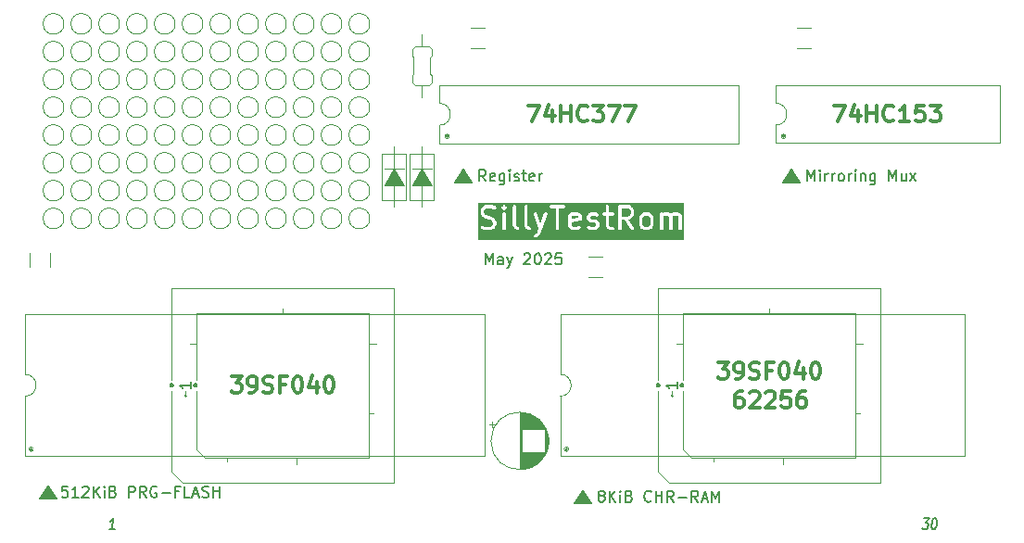
<source format=gbr>
%TF.GenerationSoftware,KiCad,Pcbnew,9.0.0*%
%TF.CreationDate,2025-05-09T14:52:42+01:00*%
%TF.ProjectId,v0b,7630622e-6b69-4636-9164-5f7063625858,rev?*%
%TF.SameCoordinates,Original*%
%TF.FileFunction,Legend,Top*%
%TF.FilePolarity,Positive*%
%FSLAX46Y46*%
G04 Gerber Fmt 4.6, Leading zero omitted, Abs format (unit mm)*
G04 Created by KiCad (PCBNEW 9.0.0) date 2025-05-09 14:52:42*
%MOMM*%
%LPD*%
G01*
G04 APERTURE LIST*
%ADD10C,0.150000*%
%ADD11C,0.300000*%
%ADD12C,0.120000*%
%ADD13C,0.100000*%
G04 APERTURE END LIST*
D10*
X71247000Y-50038000D02*
X69723000Y-50038000D01*
X70485000Y-48895000D01*
X71247000Y-50038000D01*
G36*
X71247000Y-50038000D02*
G01*
X69723000Y-50038000D01*
X70485000Y-48895000D01*
X71247000Y-50038000D01*
G37*
X33287000Y-78943651D02*
X31763000Y-78943651D01*
X32525000Y-77800651D01*
X33287000Y-78943651D01*
G36*
X33287000Y-78943651D02*
G01*
X31763000Y-78943651D01*
X32525000Y-77800651D01*
X33287000Y-78943651D01*
G37*
X82169000Y-79375000D02*
X80645000Y-79375000D01*
X81407000Y-78232000D01*
X82169000Y-79375000D01*
G36*
X82169000Y-79375000D02*
G01*
X80645000Y-79375000D01*
X81407000Y-78232000D01*
X82169000Y-79375000D01*
G37*
X101219000Y-50038000D02*
X99695000Y-50038000D01*
X100457000Y-48895000D01*
X101219000Y-50038000D01*
G36*
X101219000Y-50038000D02*
G01*
X99695000Y-50038000D01*
X100457000Y-48895000D01*
X101219000Y-50038000D01*
G37*
D11*
X49260715Y-67758328D02*
X50189287Y-67758328D01*
X50189287Y-67758328D02*
X49689287Y-68329757D01*
X49689287Y-68329757D02*
X49903572Y-68329757D01*
X49903572Y-68329757D02*
X50046430Y-68401185D01*
X50046430Y-68401185D02*
X50117858Y-68472614D01*
X50117858Y-68472614D02*
X50189287Y-68615471D01*
X50189287Y-68615471D02*
X50189287Y-68972614D01*
X50189287Y-68972614D02*
X50117858Y-69115471D01*
X50117858Y-69115471D02*
X50046430Y-69186900D01*
X50046430Y-69186900D02*
X49903572Y-69258328D01*
X49903572Y-69258328D02*
X49475001Y-69258328D01*
X49475001Y-69258328D02*
X49332144Y-69186900D01*
X49332144Y-69186900D02*
X49260715Y-69115471D01*
X50903572Y-69258328D02*
X51189286Y-69258328D01*
X51189286Y-69258328D02*
X51332143Y-69186900D01*
X51332143Y-69186900D02*
X51403572Y-69115471D01*
X51403572Y-69115471D02*
X51546429Y-68901185D01*
X51546429Y-68901185D02*
X51617858Y-68615471D01*
X51617858Y-68615471D02*
X51617858Y-68044042D01*
X51617858Y-68044042D02*
X51546429Y-67901185D01*
X51546429Y-67901185D02*
X51475001Y-67829757D01*
X51475001Y-67829757D02*
X51332143Y-67758328D01*
X51332143Y-67758328D02*
X51046429Y-67758328D01*
X51046429Y-67758328D02*
X50903572Y-67829757D01*
X50903572Y-67829757D02*
X50832143Y-67901185D01*
X50832143Y-67901185D02*
X50760715Y-68044042D01*
X50760715Y-68044042D02*
X50760715Y-68401185D01*
X50760715Y-68401185D02*
X50832143Y-68544042D01*
X50832143Y-68544042D02*
X50903572Y-68615471D01*
X50903572Y-68615471D02*
X51046429Y-68686900D01*
X51046429Y-68686900D02*
X51332143Y-68686900D01*
X51332143Y-68686900D02*
X51475001Y-68615471D01*
X51475001Y-68615471D02*
X51546429Y-68544042D01*
X51546429Y-68544042D02*
X51617858Y-68401185D01*
X52189286Y-69186900D02*
X52403572Y-69258328D01*
X52403572Y-69258328D02*
X52760714Y-69258328D01*
X52760714Y-69258328D02*
X52903572Y-69186900D01*
X52903572Y-69186900D02*
X52975000Y-69115471D01*
X52975000Y-69115471D02*
X53046429Y-68972614D01*
X53046429Y-68972614D02*
X53046429Y-68829757D01*
X53046429Y-68829757D02*
X52975000Y-68686900D01*
X52975000Y-68686900D02*
X52903572Y-68615471D01*
X52903572Y-68615471D02*
X52760714Y-68544042D01*
X52760714Y-68544042D02*
X52475000Y-68472614D01*
X52475000Y-68472614D02*
X52332143Y-68401185D01*
X52332143Y-68401185D02*
X52260714Y-68329757D01*
X52260714Y-68329757D02*
X52189286Y-68186900D01*
X52189286Y-68186900D02*
X52189286Y-68044042D01*
X52189286Y-68044042D02*
X52260714Y-67901185D01*
X52260714Y-67901185D02*
X52332143Y-67829757D01*
X52332143Y-67829757D02*
X52475000Y-67758328D01*
X52475000Y-67758328D02*
X52832143Y-67758328D01*
X52832143Y-67758328D02*
X53046429Y-67829757D01*
X54189285Y-68472614D02*
X53689285Y-68472614D01*
X53689285Y-69258328D02*
X53689285Y-67758328D01*
X53689285Y-67758328D02*
X54403571Y-67758328D01*
X55260714Y-67758328D02*
X55403571Y-67758328D01*
X55403571Y-67758328D02*
X55546428Y-67829757D01*
X55546428Y-67829757D02*
X55617857Y-67901185D01*
X55617857Y-67901185D02*
X55689285Y-68044042D01*
X55689285Y-68044042D02*
X55760714Y-68329757D01*
X55760714Y-68329757D02*
X55760714Y-68686900D01*
X55760714Y-68686900D02*
X55689285Y-68972614D01*
X55689285Y-68972614D02*
X55617857Y-69115471D01*
X55617857Y-69115471D02*
X55546428Y-69186900D01*
X55546428Y-69186900D02*
X55403571Y-69258328D01*
X55403571Y-69258328D02*
X55260714Y-69258328D01*
X55260714Y-69258328D02*
X55117857Y-69186900D01*
X55117857Y-69186900D02*
X55046428Y-69115471D01*
X55046428Y-69115471D02*
X54974999Y-68972614D01*
X54974999Y-68972614D02*
X54903571Y-68686900D01*
X54903571Y-68686900D02*
X54903571Y-68329757D01*
X54903571Y-68329757D02*
X54974999Y-68044042D01*
X54974999Y-68044042D02*
X55046428Y-67901185D01*
X55046428Y-67901185D02*
X55117857Y-67829757D01*
X55117857Y-67829757D02*
X55260714Y-67758328D01*
X57046428Y-68258328D02*
X57046428Y-69258328D01*
X56689285Y-67686900D02*
X56332142Y-68758328D01*
X56332142Y-68758328D02*
X57260713Y-68758328D01*
X58117856Y-67758328D02*
X58260713Y-67758328D01*
X58260713Y-67758328D02*
X58403570Y-67829757D01*
X58403570Y-67829757D02*
X58474999Y-67901185D01*
X58474999Y-67901185D02*
X58546427Y-68044042D01*
X58546427Y-68044042D02*
X58617856Y-68329757D01*
X58617856Y-68329757D02*
X58617856Y-68686900D01*
X58617856Y-68686900D02*
X58546427Y-68972614D01*
X58546427Y-68972614D02*
X58474999Y-69115471D01*
X58474999Y-69115471D02*
X58403570Y-69186900D01*
X58403570Y-69186900D02*
X58260713Y-69258328D01*
X58260713Y-69258328D02*
X58117856Y-69258328D01*
X58117856Y-69258328D02*
X57974999Y-69186900D01*
X57974999Y-69186900D02*
X57903570Y-69115471D01*
X57903570Y-69115471D02*
X57832141Y-68972614D01*
X57832141Y-68972614D02*
X57760713Y-68686900D01*
X57760713Y-68686900D02*
X57760713Y-68329757D01*
X57760713Y-68329757D02*
X57832141Y-68044042D01*
X57832141Y-68044042D02*
X57903570Y-67901185D01*
X57903570Y-67901185D02*
X57974999Y-67829757D01*
X57974999Y-67829757D02*
X58117856Y-67758328D01*
X95952655Y-69125241D02*
X95666940Y-69125241D01*
X95666940Y-69125241D02*
X95524083Y-69196670D01*
X95524083Y-69196670D02*
X95452655Y-69268098D01*
X95452655Y-69268098D02*
X95309797Y-69482384D01*
X95309797Y-69482384D02*
X95238369Y-69768098D01*
X95238369Y-69768098D02*
X95238369Y-70339527D01*
X95238369Y-70339527D02*
X95309797Y-70482384D01*
X95309797Y-70482384D02*
X95381226Y-70553813D01*
X95381226Y-70553813D02*
X95524083Y-70625241D01*
X95524083Y-70625241D02*
X95809797Y-70625241D01*
X95809797Y-70625241D02*
X95952655Y-70553813D01*
X95952655Y-70553813D02*
X96024083Y-70482384D01*
X96024083Y-70482384D02*
X96095512Y-70339527D01*
X96095512Y-70339527D02*
X96095512Y-69982384D01*
X96095512Y-69982384D02*
X96024083Y-69839527D01*
X96024083Y-69839527D02*
X95952655Y-69768098D01*
X95952655Y-69768098D02*
X95809797Y-69696670D01*
X95809797Y-69696670D02*
X95524083Y-69696670D01*
X95524083Y-69696670D02*
X95381226Y-69768098D01*
X95381226Y-69768098D02*
X95309797Y-69839527D01*
X95309797Y-69839527D02*
X95238369Y-69982384D01*
X96666940Y-69268098D02*
X96738368Y-69196670D01*
X96738368Y-69196670D02*
X96881226Y-69125241D01*
X96881226Y-69125241D02*
X97238368Y-69125241D01*
X97238368Y-69125241D02*
X97381226Y-69196670D01*
X97381226Y-69196670D02*
X97452654Y-69268098D01*
X97452654Y-69268098D02*
X97524083Y-69410955D01*
X97524083Y-69410955D02*
X97524083Y-69553813D01*
X97524083Y-69553813D02*
X97452654Y-69768098D01*
X97452654Y-69768098D02*
X96595511Y-70625241D01*
X96595511Y-70625241D02*
X97524083Y-70625241D01*
X98095511Y-69268098D02*
X98166939Y-69196670D01*
X98166939Y-69196670D02*
X98309797Y-69125241D01*
X98309797Y-69125241D02*
X98666939Y-69125241D01*
X98666939Y-69125241D02*
X98809797Y-69196670D01*
X98809797Y-69196670D02*
X98881225Y-69268098D01*
X98881225Y-69268098D02*
X98952654Y-69410955D01*
X98952654Y-69410955D02*
X98952654Y-69553813D01*
X98952654Y-69553813D02*
X98881225Y-69768098D01*
X98881225Y-69768098D02*
X98024082Y-70625241D01*
X98024082Y-70625241D02*
X98952654Y-70625241D01*
X100309796Y-69125241D02*
X99595510Y-69125241D01*
X99595510Y-69125241D02*
X99524082Y-69839527D01*
X99524082Y-69839527D02*
X99595510Y-69768098D01*
X99595510Y-69768098D02*
X99738368Y-69696670D01*
X99738368Y-69696670D02*
X100095510Y-69696670D01*
X100095510Y-69696670D02*
X100238368Y-69768098D01*
X100238368Y-69768098D02*
X100309796Y-69839527D01*
X100309796Y-69839527D02*
X100381225Y-69982384D01*
X100381225Y-69982384D02*
X100381225Y-70339527D01*
X100381225Y-70339527D02*
X100309796Y-70482384D01*
X100309796Y-70482384D02*
X100238368Y-70553813D01*
X100238368Y-70553813D02*
X100095510Y-70625241D01*
X100095510Y-70625241D02*
X99738368Y-70625241D01*
X99738368Y-70625241D02*
X99595510Y-70553813D01*
X99595510Y-70553813D02*
X99524082Y-70482384D01*
X101666939Y-69125241D02*
X101381224Y-69125241D01*
X101381224Y-69125241D02*
X101238367Y-69196670D01*
X101238367Y-69196670D02*
X101166939Y-69268098D01*
X101166939Y-69268098D02*
X101024081Y-69482384D01*
X101024081Y-69482384D02*
X100952653Y-69768098D01*
X100952653Y-69768098D02*
X100952653Y-70339527D01*
X100952653Y-70339527D02*
X101024081Y-70482384D01*
X101024081Y-70482384D02*
X101095510Y-70553813D01*
X101095510Y-70553813D02*
X101238367Y-70625241D01*
X101238367Y-70625241D02*
X101524081Y-70625241D01*
X101524081Y-70625241D02*
X101666939Y-70553813D01*
X101666939Y-70553813D02*
X101738367Y-70482384D01*
X101738367Y-70482384D02*
X101809796Y-70339527D01*
X101809796Y-70339527D02*
X101809796Y-69982384D01*
X101809796Y-69982384D02*
X101738367Y-69839527D01*
X101738367Y-69839527D02*
X101666939Y-69768098D01*
X101666939Y-69768098D02*
X101524081Y-69696670D01*
X101524081Y-69696670D02*
X101238367Y-69696670D01*
X101238367Y-69696670D02*
X101095510Y-69768098D01*
X101095510Y-69768098D02*
X101024081Y-69839527D01*
X101024081Y-69839527D02*
X100952653Y-69982384D01*
D10*
X38589619Y-81734819D02*
X38132476Y-81734819D01*
X38361048Y-81734819D02*
X38486048Y-80734819D01*
X38486048Y-80734819D02*
X38392000Y-80877676D01*
X38392000Y-80877676D02*
X38303905Y-80972914D01*
X38303905Y-80972914D02*
X38221762Y-81020533D01*
X72503207Y-49907819D02*
X72169874Y-49431628D01*
X71931779Y-49907819D02*
X71931779Y-48907819D01*
X71931779Y-48907819D02*
X72312731Y-48907819D01*
X72312731Y-48907819D02*
X72407969Y-48955438D01*
X72407969Y-48955438D02*
X72455588Y-49003057D01*
X72455588Y-49003057D02*
X72503207Y-49098295D01*
X72503207Y-49098295D02*
X72503207Y-49241152D01*
X72503207Y-49241152D02*
X72455588Y-49336390D01*
X72455588Y-49336390D02*
X72407969Y-49384009D01*
X72407969Y-49384009D02*
X72312731Y-49431628D01*
X72312731Y-49431628D02*
X71931779Y-49431628D01*
X73312731Y-49860200D02*
X73217493Y-49907819D01*
X73217493Y-49907819D02*
X73027017Y-49907819D01*
X73027017Y-49907819D02*
X72931779Y-49860200D01*
X72931779Y-49860200D02*
X72884160Y-49764961D01*
X72884160Y-49764961D02*
X72884160Y-49384009D01*
X72884160Y-49384009D02*
X72931779Y-49288771D01*
X72931779Y-49288771D02*
X73027017Y-49241152D01*
X73027017Y-49241152D02*
X73217493Y-49241152D01*
X73217493Y-49241152D02*
X73312731Y-49288771D01*
X73312731Y-49288771D02*
X73360350Y-49384009D01*
X73360350Y-49384009D02*
X73360350Y-49479247D01*
X73360350Y-49479247D02*
X72884160Y-49574485D01*
X74217493Y-49241152D02*
X74217493Y-50050676D01*
X74217493Y-50050676D02*
X74169874Y-50145914D01*
X74169874Y-50145914D02*
X74122255Y-50193533D01*
X74122255Y-50193533D02*
X74027017Y-50241152D01*
X74027017Y-50241152D02*
X73884160Y-50241152D01*
X73884160Y-50241152D02*
X73788922Y-50193533D01*
X74217493Y-49860200D02*
X74122255Y-49907819D01*
X74122255Y-49907819D02*
X73931779Y-49907819D01*
X73931779Y-49907819D02*
X73836541Y-49860200D01*
X73836541Y-49860200D02*
X73788922Y-49812580D01*
X73788922Y-49812580D02*
X73741303Y-49717342D01*
X73741303Y-49717342D02*
X73741303Y-49431628D01*
X73741303Y-49431628D02*
X73788922Y-49336390D01*
X73788922Y-49336390D02*
X73836541Y-49288771D01*
X73836541Y-49288771D02*
X73931779Y-49241152D01*
X73931779Y-49241152D02*
X74122255Y-49241152D01*
X74122255Y-49241152D02*
X74217493Y-49288771D01*
X74693684Y-49907819D02*
X74693684Y-49241152D01*
X74693684Y-48907819D02*
X74646065Y-48955438D01*
X74646065Y-48955438D02*
X74693684Y-49003057D01*
X74693684Y-49003057D02*
X74741303Y-48955438D01*
X74741303Y-48955438D02*
X74693684Y-48907819D01*
X74693684Y-48907819D02*
X74693684Y-49003057D01*
X75122255Y-49860200D02*
X75217493Y-49907819D01*
X75217493Y-49907819D02*
X75407969Y-49907819D01*
X75407969Y-49907819D02*
X75503207Y-49860200D01*
X75503207Y-49860200D02*
X75550826Y-49764961D01*
X75550826Y-49764961D02*
X75550826Y-49717342D01*
X75550826Y-49717342D02*
X75503207Y-49622104D01*
X75503207Y-49622104D02*
X75407969Y-49574485D01*
X75407969Y-49574485D02*
X75265112Y-49574485D01*
X75265112Y-49574485D02*
X75169874Y-49526866D01*
X75169874Y-49526866D02*
X75122255Y-49431628D01*
X75122255Y-49431628D02*
X75122255Y-49384009D01*
X75122255Y-49384009D02*
X75169874Y-49288771D01*
X75169874Y-49288771D02*
X75265112Y-49241152D01*
X75265112Y-49241152D02*
X75407969Y-49241152D01*
X75407969Y-49241152D02*
X75503207Y-49288771D01*
X75836541Y-49241152D02*
X76217493Y-49241152D01*
X75979398Y-48907819D02*
X75979398Y-49764961D01*
X75979398Y-49764961D02*
X76027017Y-49860200D01*
X76027017Y-49860200D02*
X76122255Y-49907819D01*
X76122255Y-49907819D02*
X76217493Y-49907819D01*
X76931779Y-49860200D02*
X76836541Y-49907819D01*
X76836541Y-49907819D02*
X76646065Y-49907819D01*
X76646065Y-49907819D02*
X76550827Y-49860200D01*
X76550827Y-49860200D02*
X76503208Y-49764961D01*
X76503208Y-49764961D02*
X76503208Y-49384009D01*
X76503208Y-49384009D02*
X76550827Y-49288771D01*
X76550827Y-49288771D02*
X76646065Y-49241152D01*
X76646065Y-49241152D02*
X76836541Y-49241152D01*
X76836541Y-49241152D02*
X76931779Y-49288771D01*
X76931779Y-49288771D02*
X76979398Y-49384009D01*
X76979398Y-49384009D02*
X76979398Y-49479247D01*
X76979398Y-49479247D02*
X76503208Y-49574485D01*
X77407970Y-49907819D02*
X77407970Y-49241152D01*
X77407970Y-49431628D02*
X77455589Y-49336390D01*
X77455589Y-49336390D02*
X77503208Y-49288771D01*
X77503208Y-49288771D02*
X77598446Y-49241152D01*
X77598446Y-49241152D02*
X77693684Y-49241152D01*
X101903779Y-49907819D02*
X101903779Y-48907819D01*
X101903779Y-48907819D02*
X102237112Y-49622104D01*
X102237112Y-49622104D02*
X102570445Y-48907819D01*
X102570445Y-48907819D02*
X102570445Y-49907819D01*
X103046636Y-49907819D02*
X103046636Y-49241152D01*
X103046636Y-48907819D02*
X102999017Y-48955438D01*
X102999017Y-48955438D02*
X103046636Y-49003057D01*
X103046636Y-49003057D02*
X103094255Y-48955438D01*
X103094255Y-48955438D02*
X103046636Y-48907819D01*
X103046636Y-48907819D02*
X103046636Y-49003057D01*
X103522826Y-49907819D02*
X103522826Y-49241152D01*
X103522826Y-49431628D02*
X103570445Y-49336390D01*
X103570445Y-49336390D02*
X103618064Y-49288771D01*
X103618064Y-49288771D02*
X103713302Y-49241152D01*
X103713302Y-49241152D02*
X103808540Y-49241152D01*
X104141874Y-49907819D02*
X104141874Y-49241152D01*
X104141874Y-49431628D02*
X104189493Y-49336390D01*
X104189493Y-49336390D02*
X104237112Y-49288771D01*
X104237112Y-49288771D02*
X104332350Y-49241152D01*
X104332350Y-49241152D02*
X104427588Y-49241152D01*
X104903779Y-49907819D02*
X104808541Y-49860200D01*
X104808541Y-49860200D02*
X104760922Y-49812580D01*
X104760922Y-49812580D02*
X104713303Y-49717342D01*
X104713303Y-49717342D02*
X104713303Y-49431628D01*
X104713303Y-49431628D02*
X104760922Y-49336390D01*
X104760922Y-49336390D02*
X104808541Y-49288771D01*
X104808541Y-49288771D02*
X104903779Y-49241152D01*
X104903779Y-49241152D02*
X105046636Y-49241152D01*
X105046636Y-49241152D02*
X105141874Y-49288771D01*
X105141874Y-49288771D02*
X105189493Y-49336390D01*
X105189493Y-49336390D02*
X105237112Y-49431628D01*
X105237112Y-49431628D02*
X105237112Y-49717342D01*
X105237112Y-49717342D02*
X105189493Y-49812580D01*
X105189493Y-49812580D02*
X105141874Y-49860200D01*
X105141874Y-49860200D02*
X105046636Y-49907819D01*
X105046636Y-49907819D02*
X104903779Y-49907819D01*
X105665684Y-49907819D02*
X105665684Y-49241152D01*
X105665684Y-49431628D02*
X105713303Y-49336390D01*
X105713303Y-49336390D02*
X105760922Y-49288771D01*
X105760922Y-49288771D02*
X105856160Y-49241152D01*
X105856160Y-49241152D02*
X105951398Y-49241152D01*
X106284732Y-49907819D02*
X106284732Y-49241152D01*
X106284732Y-48907819D02*
X106237113Y-48955438D01*
X106237113Y-48955438D02*
X106284732Y-49003057D01*
X106284732Y-49003057D02*
X106332351Y-48955438D01*
X106332351Y-48955438D02*
X106284732Y-48907819D01*
X106284732Y-48907819D02*
X106284732Y-49003057D01*
X106760922Y-49241152D02*
X106760922Y-49907819D01*
X106760922Y-49336390D02*
X106808541Y-49288771D01*
X106808541Y-49288771D02*
X106903779Y-49241152D01*
X106903779Y-49241152D02*
X107046636Y-49241152D01*
X107046636Y-49241152D02*
X107141874Y-49288771D01*
X107141874Y-49288771D02*
X107189493Y-49384009D01*
X107189493Y-49384009D02*
X107189493Y-49907819D01*
X108094255Y-49241152D02*
X108094255Y-50050676D01*
X108094255Y-50050676D02*
X108046636Y-50145914D01*
X108046636Y-50145914D02*
X107999017Y-50193533D01*
X107999017Y-50193533D02*
X107903779Y-50241152D01*
X107903779Y-50241152D02*
X107760922Y-50241152D01*
X107760922Y-50241152D02*
X107665684Y-50193533D01*
X108094255Y-49860200D02*
X107999017Y-49907819D01*
X107999017Y-49907819D02*
X107808541Y-49907819D01*
X107808541Y-49907819D02*
X107713303Y-49860200D01*
X107713303Y-49860200D02*
X107665684Y-49812580D01*
X107665684Y-49812580D02*
X107618065Y-49717342D01*
X107618065Y-49717342D02*
X107618065Y-49431628D01*
X107618065Y-49431628D02*
X107665684Y-49336390D01*
X107665684Y-49336390D02*
X107713303Y-49288771D01*
X107713303Y-49288771D02*
X107808541Y-49241152D01*
X107808541Y-49241152D02*
X107999017Y-49241152D01*
X107999017Y-49241152D02*
X108094255Y-49288771D01*
X109332351Y-49907819D02*
X109332351Y-48907819D01*
X109332351Y-48907819D02*
X109665684Y-49622104D01*
X109665684Y-49622104D02*
X109999017Y-48907819D01*
X109999017Y-48907819D02*
X109999017Y-49907819D01*
X110903779Y-49241152D02*
X110903779Y-49907819D01*
X110475208Y-49241152D02*
X110475208Y-49764961D01*
X110475208Y-49764961D02*
X110522827Y-49860200D01*
X110522827Y-49860200D02*
X110618065Y-49907819D01*
X110618065Y-49907819D02*
X110760922Y-49907819D01*
X110760922Y-49907819D02*
X110856160Y-49860200D01*
X110856160Y-49860200D02*
X110903779Y-49812580D01*
X111284732Y-49907819D02*
X111808541Y-49241152D01*
X111284732Y-49241152D02*
X111808541Y-49907819D01*
D11*
X76387143Y-42993328D02*
X77387143Y-42993328D01*
X77387143Y-42993328D02*
X76744286Y-44493328D01*
X78601429Y-43493328D02*
X78601429Y-44493328D01*
X78244286Y-42921900D02*
X77887143Y-43993328D01*
X77887143Y-43993328D02*
X78815714Y-43993328D01*
X79387142Y-44493328D02*
X79387142Y-42993328D01*
X79387142Y-43707614D02*
X80244285Y-43707614D01*
X80244285Y-44493328D02*
X80244285Y-42993328D01*
X81815714Y-44350471D02*
X81744286Y-44421900D01*
X81744286Y-44421900D02*
X81530000Y-44493328D01*
X81530000Y-44493328D02*
X81387143Y-44493328D01*
X81387143Y-44493328D02*
X81172857Y-44421900D01*
X81172857Y-44421900D02*
X81030000Y-44279042D01*
X81030000Y-44279042D02*
X80958571Y-44136185D01*
X80958571Y-44136185D02*
X80887143Y-43850471D01*
X80887143Y-43850471D02*
X80887143Y-43636185D01*
X80887143Y-43636185D02*
X80958571Y-43350471D01*
X80958571Y-43350471D02*
X81030000Y-43207614D01*
X81030000Y-43207614D02*
X81172857Y-43064757D01*
X81172857Y-43064757D02*
X81387143Y-42993328D01*
X81387143Y-42993328D02*
X81530000Y-42993328D01*
X81530000Y-42993328D02*
X81744286Y-43064757D01*
X81744286Y-43064757D02*
X81815714Y-43136185D01*
X82315714Y-42993328D02*
X83244286Y-42993328D01*
X83244286Y-42993328D02*
X82744286Y-43564757D01*
X82744286Y-43564757D02*
X82958571Y-43564757D01*
X82958571Y-43564757D02*
X83101429Y-43636185D01*
X83101429Y-43636185D02*
X83172857Y-43707614D01*
X83172857Y-43707614D02*
X83244286Y-43850471D01*
X83244286Y-43850471D02*
X83244286Y-44207614D01*
X83244286Y-44207614D02*
X83172857Y-44350471D01*
X83172857Y-44350471D02*
X83101429Y-44421900D01*
X83101429Y-44421900D02*
X82958571Y-44493328D01*
X82958571Y-44493328D02*
X82530000Y-44493328D01*
X82530000Y-44493328D02*
X82387143Y-44421900D01*
X82387143Y-44421900D02*
X82315714Y-44350471D01*
X83744285Y-42993328D02*
X84744285Y-42993328D01*
X84744285Y-42993328D02*
X84101428Y-44493328D01*
X85172856Y-42993328D02*
X86172856Y-42993328D01*
X86172856Y-42993328D02*
X85529999Y-44493328D01*
X104327143Y-42993328D02*
X105327143Y-42993328D01*
X105327143Y-42993328D02*
X104684286Y-44493328D01*
X106541429Y-43493328D02*
X106541429Y-44493328D01*
X106184286Y-42921900D02*
X105827143Y-43993328D01*
X105827143Y-43993328D02*
X106755714Y-43993328D01*
X107327142Y-44493328D02*
X107327142Y-42993328D01*
X107327142Y-43707614D02*
X108184285Y-43707614D01*
X108184285Y-44493328D02*
X108184285Y-42993328D01*
X109755714Y-44350471D02*
X109684286Y-44421900D01*
X109684286Y-44421900D02*
X109470000Y-44493328D01*
X109470000Y-44493328D02*
X109327143Y-44493328D01*
X109327143Y-44493328D02*
X109112857Y-44421900D01*
X109112857Y-44421900D02*
X108970000Y-44279042D01*
X108970000Y-44279042D02*
X108898571Y-44136185D01*
X108898571Y-44136185D02*
X108827143Y-43850471D01*
X108827143Y-43850471D02*
X108827143Y-43636185D01*
X108827143Y-43636185D02*
X108898571Y-43350471D01*
X108898571Y-43350471D02*
X108970000Y-43207614D01*
X108970000Y-43207614D02*
X109112857Y-43064757D01*
X109112857Y-43064757D02*
X109327143Y-42993328D01*
X109327143Y-42993328D02*
X109470000Y-42993328D01*
X109470000Y-42993328D02*
X109684286Y-43064757D01*
X109684286Y-43064757D02*
X109755714Y-43136185D01*
X111184286Y-44493328D02*
X110327143Y-44493328D01*
X110755714Y-44493328D02*
X110755714Y-42993328D01*
X110755714Y-42993328D02*
X110612857Y-43207614D01*
X110612857Y-43207614D02*
X110470000Y-43350471D01*
X110470000Y-43350471D02*
X110327143Y-43421900D01*
X112541428Y-42993328D02*
X111827142Y-42993328D01*
X111827142Y-42993328D02*
X111755714Y-43707614D01*
X111755714Y-43707614D02*
X111827142Y-43636185D01*
X111827142Y-43636185D02*
X111970000Y-43564757D01*
X111970000Y-43564757D02*
X112327142Y-43564757D01*
X112327142Y-43564757D02*
X112470000Y-43636185D01*
X112470000Y-43636185D02*
X112541428Y-43707614D01*
X112541428Y-43707614D02*
X112612857Y-43850471D01*
X112612857Y-43850471D02*
X112612857Y-44207614D01*
X112612857Y-44207614D02*
X112541428Y-44350471D01*
X112541428Y-44350471D02*
X112470000Y-44421900D01*
X112470000Y-44421900D02*
X112327142Y-44493328D01*
X112327142Y-44493328D02*
X111970000Y-44493328D01*
X111970000Y-44493328D02*
X111827142Y-44421900D01*
X111827142Y-44421900D02*
X111755714Y-44350471D01*
X113112856Y-42993328D02*
X114041428Y-42993328D01*
X114041428Y-42993328D02*
X113541428Y-43564757D01*
X113541428Y-43564757D02*
X113755713Y-43564757D01*
X113755713Y-43564757D02*
X113898571Y-43636185D01*
X113898571Y-43636185D02*
X113969999Y-43707614D01*
X113969999Y-43707614D02*
X114041428Y-43850471D01*
X114041428Y-43850471D02*
X114041428Y-44207614D01*
X114041428Y-44207614D02*
X113969999Y-44350471D01*
X113969999Y-44350471D02*
X113898571Y-44421900D01*
X113898571Y-44421900D02*
X113755713Y-44493328D01*
X113755713Y-44493328D02*
X113327142Y-44493328D01*
X113327142Y-44493328D02*
X113184285Y-44421900D01*
X113184285Y-44421900D02*
X113112856Y-44350471D01*
X93710715Y-66488328D02*
X94639287Y-66488328D01*
X94639287Y-66488328D02*
X94139287Y-67059757D01*
X94139287Y-67059757D02*
X94353572Y-67059757D01*
X94353572Y-67059757D02*
X94496430Y-67131185D01*
X94496430Y-67131185D02*
X94567858Y-67202614D01*
X94567858Y-67202614D02*
X94639287Y-67345471D01*
X94639287Y-67345471D02*
X94639287Y-67702614D01*
X94639287Y-67702614D02*
X94567858Y-67845471D01*
X94567858Y-67845471D02*
X94496430Y-67916900D01*
X94496430Y-67916900D02*
X94353572Y-67988328D01*
X94353572Y-67988328D02*
X93925001Y-67988328D01*
X93925001Y-67988328D02*
X93782144Y-67916900D01*
X93782144Y-67916900D02*
X93710715Y-67845471D01*
X95353572Y-67988328D02*
X95639286Y-67988328D01*
X95639286Y-67988328D02*
X95782143Y-67916900D01*
X95782143Y-67916900D02*
X95853572Y-67845471D01*
X95853572Y-67845471D02*
X95996429Y-67631185D01*
X95996429Y-67631185D02*
X96067858Y-67345471D01*
X96067858Y-67345471D02*
X96067858Y-66774042D01*
X96067858Y-66774042D02*
X95996429Y-66631185D01*
X95996429Y-66631185D02*
X95925001Y-66559757D01*
X95925001Y-66559757D02*
X95782143Y-66488328D01*
X95782143Y-66488328D02*
X95496429Y-66488328D01*
X95496429Y-66488328D02*
X95353572Y-66559757D01*
X95353572Y-66559757D02*
X95282143Y-66631185D01*
X95282143Y-66631185D02*
X95210715Y-66774042D01*
X95210715Y-66774042D02*
X95210715Y-67131185D01*
X95210715Y-67131185D02*
X95282143Y-67274042D01*
X95282143Y-67274042D02*
X95353572Y-67345471D01*
X95353572Y-67345471D02*
X95496429Y-67416900D01*
X95496429Y-67416900D02*
X95782143Y-67416900D01*
X95782143Y-67416900D02*
X95925001Y-67345471D01*
X95925001Y-67345471D02*
X95996429Y-67274042D01*
X95996429Y-67274042D02*
X96067858Y-67131185D01*
X96639286Y-67916900D02*
X96853572Y-67988328D01*
X96853572Y-67988328D02*
X97210714Y-67988328D01*
X97210714Y-67988328D02*
X97353572Y-67916900D01*
X97353572Y-67916900D02*
X97425000Y-67845471D01*
X97425000Y-67845471D02*
X97496429Y-67702614D01*
X97496429Y-67702614D02*
X97496429Y-67559757D01*
X97496429Y-67559757D02*
X97425000Y-67416900D01*
X97425000Y-67416900D02*
X97353572Y-67345471D01*
X97353572Y-67345471D02*
X97210714Y-67274042D01*
X97210714Y-67274042D02*
X96925000Y-67202614D01*
X96925000Y-67202614D02*
X96782143Y-67131185D01*
X96782143Y-67131185D02*
X96710714Y-67059757D01*
X96710714Y-67059757D02*
X96639286Y-66916900D01*
X96639286Y-66916900D02*
X96639286Y-66774042D01*
X96639286Y-66774042D02*
X96710714Y-66631185D01*
X96710714Y-66631185D02*
X96782143Y-66559757D01*
X96782143Y-66559757D02*
X96925000Y-66488328D01*
X96925000Y-66488328D02*
X97282143Y-66488328D01*
X97282143Y-66488328D02*
X97496429Y-66559757D01*
X98639285Y-67202614D02*
X98139285Y-67202614D01*
X98139285Y-67988328D02*
X98139285Y-66488328D01*
X98139285Y-66488328D02*
X98853571Y-66488328D01*
X99710714Y-66488328D02*
X99853571Y-66488328D01*
X99853571Y-66488328D02*
X99996428Y-66559757D01*
X99996428Y-66559757D02*
X100067857Y-66631185D01*
X100067857Y-66631185D02*
X100139285Y-66774042D01*
X100139285Y-66774042D02*
X100210714Y-67059757D01*
X100210714Y-67059757D02*
X100210714Y-67416900D01*
X100210714Y-67416900D02*
X100139285Y-67702614D01*
X100139285Y-67702614D02*
X100067857Y-67845471D01*
X100067857Y-67845471D02*
X99996428Y-67916900D01*
X99996428Y-67916900D02*
X99853571Y-67988328D01*
X99853571Y-67988328D02*
X99710714Y-67988328D01*
X99710714Y-67988328D02*
X99567857Y-67916900D01*
X99567857Y-67916900D02*
X99496428Y-67845471D01*
X99496428Y-67845471D02*
X99424999Y-67702614D01*
X99424999Y-67702614D02*
X99353571Y-67416900D01*
X99353571Y-67416900D02*
X99353571Y-67059757D01*
X99353571Y-67059757D02*
X99424999Y-66774042D01*
X99424999Y-66774042D02*
X99496428Y-66631185D01*
X99496428Y-66631185D02*
X99567857Y-66559757D01*
X99567857Y-66559757D02*
X99710714Y-66488328D01*
X101496428Y-66988328D02*
X101496428Y-67988328D01*
X101139285Y-66416900D02*
X100782142Y-67488328D01*
X100782142Y-67488328D02*
X101710713Y-67488328D01*
X102567856Y-66488328D02*
X102710713Y-66488328D01*
X102710713Y-66488328D02*
X102853570Y-66559757D01*
X102853570Y-66559757D02*
X102924999Y-66631185D01*
X102924999Y-66631185D02*
X102996427Y-66774042D01*
X102996427Y-66774042D02*
X103067856Y-67059757D01*
X103067856Y-67059757D02*
X103067856Y-67416900D01*
X103067856Y-67416900D02*
X102996427Y-67702614D01*
X102996427Y-67702614D02*
X102924999Y-67845471D01*
X102924999Y-67845471D02*
X102853570Y-67916900D01*
X102853570Y-67916900D02*
X102710713Y-67988328D01*
X102710713Y-67988328D02*
X102567856Y-67988328D01*
X102567856Y-67988328D02*
X102424999Y-67916900D01*
X102424999Y-67916900D02*
X102353570Y-67845471D01*
X102353570Y-67845471D02*
X102282141Y-67702614D01*
X102282141Y-67702614D02*
X102210713Y-67416900D01*
X102210713Y-67416900D02*
X102210713Y-67059757D01*
X102210713Y-67059757D02*
X102282141Y-66774042D01*
X102282141Y-66774042D02*
X102353570Y-66631185D01*
X102353570Y-66631185D02*
X102424999Y-66559757D01*
X102424999Y-66559757D02*
X102567856Y-66488328D01*
D10*
X112514428Y-80734819D02*
X113009666Y-80734819D01*
X113009666Y-80734819D02*
X112695380Y-81115771D01*
X112695380Y-81115771D02*
X112809666Y-81115771D01*
X112809666Y-81115771D02*
X112879904Y-81163390D01*
X112879904Y-81163390D02*
X112912047Y-81211009D01*
X112912047Y-81211009D02*
X112938237Y-81306247D01*
X112938237Y-81306247D02*
X112908475Y-81544342D01*
X112908475Y-81544342D02*
X112858475Y-81639580D01*
X112858475Y-81639580D02*
X112814428Y-81687200D01*
X112814428Y-81687200D02*
X112732285Y-81734819D01*
X112732285Y-81734819D02*
X112503714Y-81734819D01*
X112503714Y-81734819D02*
X112433475Y-81687200D01*
X112433475Y-81687200D02*
X112401333Y-81639580D01*
X113504904Y-80734819D02*
X113581095Y-80734819D01*
X113581095Y-80734819D02*
X113651333Y-80782438D01*
X113651333Y-80782438D02*
X113683476Y-80830057D01*
X113683476Y-80830057D02*
X113709666Y-80925295D01*
X113709666Y-80925295D02*
X113723952Y-81115771D01*
X113723952Y-81115771D02*
X113694190Y-81353866D01*
X113694190Y-81353866D02*
X113632285Y-81544342D01*
X113632285Y-81544342D02*
X113582285Y-81639580D01*
X113582285Y-81639580D02*
X113538238Y-81687200D01*
X113538238Y-81687200D02*
X113456095Y-81734819D01*
X113456095Y-81734819D02*
X113379904Y-81734819D01*
X113379904Y-81734819D02*
X113309666Y-81687200D01*
X113309666Y-81687200D02*
X113277523Y-81639580D01*
X113277523Y-81639580D02*
X113251333Y-81544342D01*
X113251333Y-81544342D02*
X113237047Y-81353866D01*
X113237047Y-81353866D02*
X113266809Y-81115771D01*
X113266809Y-81115771D02*
X113328714Y-80925295D01*
X113328714Y-80925295D02*
X113378714Y-80830057D01*
X113378714Y-80830057D02*
X113422761Y-80782438D01*
X113422761Y-80782438D02*
X113504904Y-80734819D01*
X34287969Y-77813470D02*
X33811779Y-77813470D01*
X33811779Y-77813470D02*
X33764160Y-78289660D01*
X33764160Y-78289660D02*
X33811779Y-78242041D01*
X33811779Y-78242041D02*
X33907017Y-78194422D01*
X33907017Y-78194422D02*
X34145112Y-78194422D01*
X34145112Y-78194422D02*
X34240350Y-78242041D01*
X34240350Y-78242041D02*
X34287969Y-78289660D01*
X34287969Y-78289660D02*
X34335588Y-78384898D01*
X34335588Y-78384898D02*
X34335588Y-78622993D01*
X34335588Y-78622993D02*
X34287969Y-78718231D01*
X34287969Y-78718231D02*
X34240350Y-78765851D01*
X34240350Y-78765851D02*
X34145112Y-78813470D01*
X34145112Y-78813470D02*
X33907017Y-78813470D01*
X33907017Y-78813470D02*
X33811779Y-78765851D01*
X33811779Y-78765851D02*
X33764160Y-78718231D01*
X35287969Y-78813470D02*
X34716541Y-78813470D01*
X35002255Y-78813470D02*
X35002255Y-77813470D01*
X35002255Y-77813470D02*
X34907017Y-77956327D01*
X34907017Y-77956327D02*
X34811779Y-78051565D01*
X34811779Y-78051565D02*
X34716541Y-78099184D01*
X35668922Y-77908708D02*
X35716541Y-77861089D01*
X35716541Y-77861089D02*
X35811779Y-77813470D01*
X35811779Y-77813470D02*
X36049874Y-77813470D01*
X36049874Y-77813470D02*
X36145112Y-77861089D01*
X36145112Y-77861089D02*
X36192731Y-77908708D01*
X36192731Y-77908708D02*
X36240350Y-78003946D01*
X36240350Y-78003946D02*
X36240350Y-78099184D01*
X36240350Y-78099184D02*
X36192731Y-78242041D01*
X36192731Y-78242041D02*
X35621303Y-78813470D01*
X35621303Y-78813470D02*
X36240350Y-78813470D01*
X36668922Y-78813470D02*
X36668922Y-77813470D01*
X37240350Y-78813470D02*
X36811779Y-78242041D01*
X37240350Y-77813470D02*
X36668922Y-78384898D01*
X37668922Y-78813470D02*
X37668922Y-78146803D01*
X37668922Y-77813470D02*
X37621303Y-77861089D01*
X37621303Y-77861089D02*
X37668922Y-77908708D01*
X37668922Y-77908708D02*
X37716541Y-77861089D01*
X37716541Y-77861089D02*
X37668922Y-77813470D01*
X37668922Y-77813470D02*
X37668922Y-77908708D01*
X38478445Y-78289660D02*
X38621302Y-78337279D01*
X38621302Y-78337279D02*
X38668921Y-78384898D01*
X38668921Y-78384898D02*
X38716540Y-78480136D01*
X38716540Y-78480136D02*
X38716540Y-78622993D01*
X38716540Y-78622993D02*
X38668921Y-78718231D01*
X38668921Y-78718231D02*
X38621302Y-78765851D01*
X38621302Y-78765851D02*
X38526064Y-78813470D01*
X38526064Y-78813470D02*
X38145112Y-78813470D01*
X38145112Y-78813470D02*
X38145112Y-77813470D01*
X38145112Y-77813470D02*
X38478445Y-77813470D01*
X38478445Y-77813470D02*
X38573683Y-77861089D01*
X38573683Y-77861089D02*
X38621302Y-77908708D01*
X38621302Y-77908708D02*
X38668921Y-78003946D01*
X38668921Y-78003946D02*
X38668921Y-78099184D01*
X38668921Y-78099184D02*
X38621302Y-78194422D01*
X38621302Y-78194422D02*
X38573683Y-78242041D01*
X38573683Y-78242041D02*
X38478445Y-78289660D01*
X38478445Y-78289660D02*
X38145112Y-78289660D01*
X39907017Y-78813470D02*
X39907017Y-77813470D01*
X39907017Y-77813470D02*
X40287969Y-77813470D01*
X40287969Y-77813470D02*
X40383207Y-77861089D01*
X40383207Y-77861089D02*
X40430826Y-77908708D01*
X40430826Y-77908708D02*
X40478445Y-78003946D01*
X40478445Y-78003946D02*
X40478445Y-78146803D01*
X40478445Y-78146803D02*
X40430826Y-78242041D01*
X40430826Y-78242041D02*
X40383207Y-78289660D01*
X40383207Y-78289660D02*
X40287969Y-78337279D01*
X40287969Y-78337279D02*
X39907017Y-78337279D01*
X41478445Y-78813470D02*
X41145112Y-78337279D01*
X40907017Y-78813470D02*
X40907017Y-77813470D01*
X40907017Y-77813470D02*
X41287969Y-77813470D01*
X41287969Y-77813470D02*
X41383207Y-77861089D01*
X41383207Y-77861089D02*
X41430826Y-77908708D01*
X41430826Y-77908708D02*
X41478445Y-78003946D01*
X41478445Y-78003946D02*
X41478445Y-78146803D01*
X41478445Y-78146803D02*
X41430826Y-78242041D01*
X41430826Y-78242041D02*
X41383207Y-78289660D01*
X41383207Y-78289660D02*
X41287969Y-78337279D01*
X41287969Y-78337279D02*
X40907017Y-78337279D01*
X42430826Y-77861089D02*
X42335588Y-77813470D01*
X42335588Y-77813470D02*
X42192731Y-77813470D01*
X42192731Y-77813470D02*
X42049874Y-77861089D01*
X42049874Y-77861089D02*
X41954636Y-77956327D01*
X41954636Y-77956327D02*
X41907017Y-78051565D01*
X41907017Y-78051565D02*
X41859398Y-78242041D01*
X41859398Y-78242041D02*
X41859398Y-78384898D01*
X41859398Y-78384898D02*
X41907017Y-78575374D01*
X41907017Y-78575374D02*
X41954636Y-78670612D01*
X41954636Y-78670612D02*
X42049874Y-78765851D01*
X42049874Y-78765851D02*
X42192731Y-78813470D01*
X42192731Y-78813470D02*
X42287969Y-78813470D01*
X42287969Y-78813470D02*
X42430826Y-78765851D01*
X42430826Y-78765851D02*
X42478445Y-78718231D01*
X42478445Y-78718231D02*
X42478445Y-78384898D01*
X42478445Y-78384898D02*
X42287969Y-78384898D01*
X42907017Y-78432517D02*
X43668922Y-78432517D01*
X44478445Y-78289660D02*
X44145112Y-78289660D01*
X44145112Y-78813470D02*
X44145112Y-77813470D01*
X44145112Y-77813470D02*
X44621302Y-77813470D01*
X45478445Y-78813470D02*
X45002255Y-78813470D01*
X45002255Y-78813470D02*
X45002255Y-77813470D01*
X45764160Y-78527755D02*
X46240350Y-78527755D01*
X45668922Y-78813470D02*
X46002255Y-77813470D01*
X46002255Y-77813470D02*
X46335588Y-78813470D01*
X46621303Y-78765851D02*
X46764160Y-78813470D01*
X46764160Y-78813470D02*
X47002255Y-78813470D01*
X47002255Y-78813470D02*
X47097493Y-78765851D01*
X47097493Y-78765851D02*
X47145112Y-78718231D01*
X47145112Y-78718231D02*
X47192731Y-78622993D01*
X47192731Y-78622993D02*
X47192731Y-78527755D01*
X47192731Y-78527755D02*
X47145112Y-78432517D01*
X47145112Y-78432517D02*
X47097493Y-78384898D01*
X47097493Y-78384898D02*
X47002255Y-78337279D01*
X47002255Y-78337279D02*
X46811779Y-78289660D01*
X46811779Y-78289660D02*
X46716541Y-78242041D01*
X46716541Y-78242041D02*
X46668922Y-78194422D01*
X46668922Y-78194422D02*
X46621303Y-78099184D01*
X46621303Y-78099184D02*
X46621303Y-78003946D01*
X46621303Y-78003946D02*
X46668922Y-77908708D01*
X46668922Y-77908708D02*
X46716541Y-77861089D01*
X46716541Y-77861089D02*
X46811779Y-77813470D01*
X46811779Y-77813470D02*
X47049874Y-77813470D01*
X47049874Y-77813470D02*
X47192731Y-77861089D01*
X47621303Y-78813470D02*
X47621303Y-77813470D01*
X47621303Y-78289660D02*
X48192731Y-78289660D01*
X48192731Y-78813470D02*
X48192731Y-77813470D01*
X72493619Y-57527819D02*
X72493619Y-56527819D01*
X72493619Y-56527819D02*
X72826952Y-57242104D01*
X72826952Y-57242104D02*
X73160285Y-56527819D01*
X73160285Y-56527819D02*
X73160285Y-57527819D01*
X74065047Y-57527819D02*
X74065047Y-57004009D01*
X74065047Y-57004009D02*
X74017428Y-56908771D01*
X74017428Y-56908771D02*
X73922190Y-56861152D01*
X73922190Y-56861152D02*
X73731714Y-56861152D01*
X73731714Y-56861152D02*
X73636476Y-56908771D01*
X74065047Y-57480200D02*
X73969809Y-57527819D01*
X73969809Y-57527819D02*
X73731714Y-57527819D01*
X73731714Y-57527819D02*
X73636476Y-57480200D01*
X73636476Y-57480200D02*
X73588857Y-57384961D01*
X73588857Y-57384961D02*
X73588857Y-57289723D01*
X73588857Y-57289723D02*
X73636476Y-57194485D01*
X73636476Y-57194485D02*
X73731714Y-57146866D01*
X73731714Y-57146866D02*
X73969809Y-57146866D01*
X73969809Y-57146866D02*
X74065047Y-57099247D01*
X74446000Y-56861152D02*
X74684095Y-57527819D01*
X74922190Y-56861152D02*
X74684095Y-57527819D01*
X74684095Y-57527819D02*
X74588857Y-57765914D01*
X74588857Y-57765914D02*
X74541238Y-57813533D01*
X74541238Y-57813533D02*
X74446000Y-57861152D01*
X76017429Y-56623057D02*
X76065048Y-56575438D01*
X76065048Y-56575438D02*
X76160286Y-56527819D01*
X76160286Y-56527819D02*
X76398381Y-56527819D01*
X76398381Y-56527819D02*
X76493619Y-56575438D01*
X76493619Y-56575438D02*
X76541238Y-56623057D01*
X76541238Y-56623057D02*
X76588857Y-56718295D01*
X76588857Y-56718295D02*
X76588857Y-56813533D01*
X76588857Y-56813533D02*
X76541238Y-56956390D01*
X76541238Y-56956390D02*
X75969810Y-57527819D01*
X75969810Y-57527819D02*
X76588857Y-57527819D01*
X77207905Y-56527819D02*
X77303143Y-56527819D01*
X77303143Y-56527819D02*
X77398381Y-56575438D01*
X77398381Y-56575438D02*
X77446000Y-56623057D01*
X77446000Y-56623057D02*
X77493619Y-56718295D01*
X77493619Y-56718295D02*
X77541238Y-56908771D01*
X77541238Y-56908771D02*
X77541238Y-57146866D01*
X77541238Y-57146866D02*
X77493619Y-57337342D01*
X77493619Y-57337342D02*
X77446000Y-57432580D01*
X77446000Y-57432580D02*
X77398381Y-57480200D01*
X77398381Y-57480200D02*
X77303143Y-57527819D01*
X77303143Y-57527819D02*
X77207905Y-57527819D01*
X77207905Y-57527819D02*
X77112667Y-57480200D01*
X77112667Y-57480200D02*
X77065048Y-57432580D01*
X77065048Y-57432580D02*
X77017429Y-57337342D01*
X77017429Y-57337342D02*
X76969810Y-57146866D01*
X76969810Y-57146866D02*
X76969810Y-56908771D01*
X76969810Y-56908771D02*
X77017429Y-56718295D01*
X77017429Y-56718295D02*
X77065048Y-56623057D01*
X77065048Y-56623057D02*
X77112667Y-56575438D01*
X77112667Y-56575438D02*
X77207905Y-56527819D01*
X77922191Y-56623057D02*
X77969810Y-56575438D01*
X77969810Y-56575438D02*
X78065048Y-56527819D01*
X78065048Y-56527819D02*
X78303143Y-56527819D01*
X78303143Y-56527819D02*
X78398381Y-56575438D01*
X78398381Y-56575438D02*
X78446000Y-56623057D01*
X78446000Y-56623057D02*
X78493619Y-56718295D01*
X78493619Y-56718295D02*
X78493619Y-56813533D01*
X78493619Y-56813533D02*
X78446000Y-56956390D01*
X78446000Y-56956390D02*
X77874572Y-57527819D01*
X77874572Y-57527819D02*
X78493619Y-57527819D01*
X79398381Y-56527819D02*
X78922191Y-56527819D01*
X78922191Y-56527819D02*
X78874572Y-57004009D01*
X78874572Y-57004009D02*
X78922191Y-56956390D01*
X78922191Y-56956390D02*
X79017429Y-56908771D01*
X79017429Y-56908771D02*
X79255524Y-56908771D01*
X79255524Y-56908771D02*
X79350762Y-56956390D01*
X79350762Y-56956390D02*
X79398381Y-57004009D01*
X79398381Y-57004009D02*
X79446000Y-57099247D01*
X79446000Y-57099247D02*
X79446000Y-57337342D01*
X79446000Y-57337342D02*
X79398381Y-57432580D01*
X79398381Y-57432580D02*
X79350762Y-57480200D01*
X79350762Y-57480200D02*
X79255524Y-57527819D01*
X79255524Y-57527819D02*
X79017429Y-57527819D01*
X79017429Y-57527819D02*
X78922191Y-57480200D01*
X78922191Y-57480200D02*
X78874572Y-57432580D01*
D11*
G36*
X80930101Y-53123345D02*
G01*
X80987143Y-53237428D01*
X80987143Y-53269524D01*
X80334762Y-53400000D01*
X80334762Y-53237428D01*
X80391802Y-53123345D01*
X80505886Y-53066304D01*
X80816019Y-53066304D01*
X80930101Y-53123345D01*
G37*
G36*
X87429242Y-53134820D02*
G01*
X87490055Y-53195633D01*
X87558572Y-53332666D01*
X87558572Y-53833275D01*
X87490055Y-53970307D01*
X87429241Y-54031122D01*
X87292210Y-54099638D01*
X87077315Y-54099638D01*
X86940283Y-54031122D01*
X86879469Y-53970307D01*
X86810953Y-53833275D01*
X86810953Y-53332666D01*
X86879468Y-53195634D01*
X86940283Y-53134820D01*
X87077315Y-53066304D01*
X87292210Y-53066304D01*
X87429242Y-53134820D01*
G37*
G36*
X85619718Y-52468154D02*
G01*
X85680532Y-52528968D01*
X85749048Y-52666000D01*
X85749048Y-52880894D01*
X85680531Y-53017926D01*
X85619717Y-53078741D01*
X85482686Y-53147257D01*
X84906191Y-53147257D01*
X84906191Y-52399638D01*
X85482686Y-52399638D01*
X85619718Y-52468154D01*
G37*
G36*
X90652223Y-55287348D02*
G01*
X71812539Y-55287348D01*
X71812539Y-54897542D01*
X76893082Y-54897542D01*
X76897230Y-54955923D01*
X76923405Y-55008272D01*
X76967620Y-55046618D01*
X77023142Y-55065126D01*
X77081523Y-55060978D01*
X77108986Y-55050468D01*
X77299462Y-54955230D01*
X77312055Y-54947302D01*
X77315715Y-54945787D01*
X77319834Y-54942405D01*
X77324348Y-54939565D01*
X77326944Y-54936570D01*
X77338446Y-54927132D01*
X77433684Y-54831894D01*
X77452339Y-54809163D01*
X77452695Y-54808302D01*
X77453345Y-54807637D01*
X77466890Y-54781537D01*
X77657365Y-54305347D01*
X77658150Y-54302637D01*
X77659355Y-54300088D01*
X78135546Y-52966754D01*
X78142675Y-52938226D01*
X78139768Y-52879771D01*
X78114714Y-52826879D01*
X78071325Y-52787599D01*
X78016207Y-52767914D01*
X77957752Y-52770821D01*
X77904860Y-52795875D01*
X77865580Y-52839264D01*
X77853024Y-52865853D01*
X77518094Y-53803656D01*
X77183165Y-52865854D01*
X77170609Y-52839264D01*
X77131329Y-52795875D01*
X77078437Y-52770821D01*
X77019982Y-52767914D01*
X76964864Y-52787599D01*
X76921475Y-52826879D01*
X76896421Y-52879771D01*
X76893514Y-52938226D01*
X76900643Y-52966754D01*
X77357741Y-54246631D01*
X77199780Y-54641533D01*
X77143526Y-54697788D01*
X76974822Y-54782140D01*
X76949936Y-54797805D01*
X76911590Y-54842020D01*
X76893082Y-54897542D01*
X71812539Y-54897542D01*
X71812539Y-52630590D01*
X72034761Y-52630590D01*
X72034761Y-52821066D01*
X72037643Y-52850330D01*
X72039704Y-52855307D01*
X72040087Y-52860685D01*
X72050597Y-52888148D01*
X72145835Y-53078624D01*
X72153762Y-53091217D01*
X72155278Y-53094877D01*
X72158659Y-53098996D01*
X72161500Y-53103510D01*
X72164494Y-53106106D01*
X72173933Y-53117608D01*
X72269171Y-53212846D01*
X72280672Y-53222285D01*
X72283269Y-53225279D01*
X72287782Y-53228120D01*
X72291902Y-53231501D01*
X72295560Y-53233016D01*
X72308154Y-53240944D01*
X72498630Y-53336183D01*
X72500770Y-53337002D01*
X72501641Y-53337647D01*
X72513920Y-53342034D01*
X72526094Y-53346692D01*
X72527174Y-53346768D01*
X72529333Y-53347540D01*
X72894311Y-53438784D01*
X73048288Y-53515773D01*
X73109102Y-53576587D01*
X73177618Y-53713619D01*
X73177618Y-53833275D01*
X73109101Y-53970307D01*
X73048287Y-54031122D01*
X72911256Y-54099638D01*
X72494815Y-54099638D01*
X72232195Y-54012098D01*
X72203522Y-54005578D01*
X72145141Y-54009727D01*
X72092794Y-54035901D01*
X72054447Y-54080115D01*
X72035939Y-54135639D01*
X72040088Y-54194020D01*
X72066262Y-54246367D01*
X72110476Y-54284714D01*
X72137327Y-54296702D01*
X72423041Y-54391940D01*
X72437548Y-54395238D01*
X72441211Y-54396756D01*
X72446519Y-54397278D01*
X72451714Y-54398460D01*
X72455663Y-54398179D01*
X72470475Y-54399638D01*
X72946666Y-54399638D01*
X72975930Y-54396756D01*
X72980907Y-54394694D01*
X72986285Y-54394312D01*
X73013748Y-54383802D01*
X73204224Y-54288564D01*
X73216819Y-54280635D01*
X73220478Y-54279120D01*
X73224595Y-54275740D01*
X73229110Y-54272899D01*
X73231707Y-54269904D01*
X73243209Y-54260465D01*
X73338447Y-54165226D01*
X73347885Y-54153724D01*
X73350879Y-54151129D01*
X73353719Y-54146616D01*
X73357102Y-54142495D01*
X73358618Y-54138833D01*
X73366544Y-54126243D01*
X73461782Y-53935767D01*
X73472292Y-53908303D01*
X73472673Y-53902927D01*
X73474736Y-53897949D01*
X73477618Y-53868685D01*
X73477618Y-53678209D01*
X73474736Y-53648945D01*
X73472673Y-53643966D01*
X73472292Y-53638591D01*
X73461782Y-53611127D01*
X73366544Y-53420651D01*
X73358616Y-53408057D01*
X73357101Y-53404398D01*
X73353719Y-53400278D01*
X73350879Y-53395765D01*
X73347885Y-53393168D01*
X73338446Y-53381667D01*
X73243208Y-53286429D01*
X73231706Y-53276990D01*
X73229110Y-53273996D01*
X73224596Y-53271155D01*
X73220477Y-53267774D01*
X73216817Y-53266258D01*
X73204224Y-53258331D01*
X73013748Y-53163093D01*
X73011607Y-53162273D01*
X73010737Y-53161629D01*
X72998481Y-53157250D01*
X72986285Y-53152583D01*
X72985201Y-53152506D01*
X72983046Y-53151736D01*
X72618071Y-53060492D01*
X72464090Y-52983501D01*
X72403277Y-52922688D01*
X72400085Y-52916304D01*
X74034761Y-52916304D01*
X74034761Y-54249638D01*
X74037643Y-54278902D01*
X74060041Y-54332974D01*
X74101425Y-54374358D01*
X74155497Y-54396756D01*
X74214025Y-54396756D01*
X74268097Y-54374358D01*
X74309481Y-54332974D01*
X74331879Y-54278902D01*
X74334761Y-54249638D01*
X74334761Y-52916304D01*
X74331879Y-52887040D01*
X74309481Y-52832968D01*
X74268097Y-52791584D01*
X74214025Y-52769186D01*
X74155497Y-52769186D01*
X74101425Y-52791584D01*
X74060041Y-52832968D01*
X74037643Y-52887040D01*
X74034761Y-52916304D01*
X72400085Y-52916304D01*
X72334761Y-52785656D01*
X72334761Y-52666000D01*
X72403277Y-52528968D01*
X72464091Y-52468154D01*
X72601123Y-52399638D01*
X73017564Y-52399638D01*
X73280184Y-52487178D01*
X73308857Y-52493698D01*
X73367238Y-52489549D01*
X73419585Y-52463375D01*
X73457932Y-52419161D01*
X73476440Y-52363637D01*
X73473027Y-52315613D01*
X73942405Y-52315613D01*
X73942405Y-52374139D01*
X73964802Y-52428211D01*
X73983457Y-52450942D01*
X74078695Y-52546180D01*
X74101425Y-52564834D01*
X74101426Y-52564835D01*
X74133100Y-52577954D01*
X74155497Y-52587232D01*
X74155498Y-52587232D01*
X74214024Y-52587232D01*
X74214025Y-52587232D01*
X74236422Y-52577954D01*
X74268096Y-52564835D01*
X74290827Y-52546180D01*
X74386065Y-52450942D01*
X74404720Y-52428211D01*
X74427117Y-52374139D01*
X74427117Y-52315613D01*
X74404720Y-52261541D01*
X74394951Y-52249638D01*
X74987142Y-52249638D01*
X74987142Y-53963923D01*
X74990024Y-53993187D01*
X74992086Y-53998165D01*
X74992468Y-54003541D01*
X75002978Y-54031005D01*
X75098216Y-54221482D01*
X75101296Y-54226376D01*
X75102066Y-54228684D01*
X75104558Y-54231558D01*
X75113881Y-54246368D01*
X75128090Y-54258691D01*
X75140412Y-54272899D01*
X75155217Y-54282218D01*
X75158096Y-54284715D01*
X75160407Y-54285485D01*
X75165298Y-54288564D01*
X75355774Y-54383802D01*
X75383238Y-54394312D01*
X75441618Y-54398460D01*
X75497140Y-54379953D01*
X75541355Y-54341606D01*
X75567530Y-54289257D01*
X75571678Y-54230877D01*
X75553171Y-54175354D01*
X75514824Y-54131139D01*
X75489938Y-54115474D01*
X75344182Y-54042596D01*
X75287142Y-53928513D01*
X75287142Y-52249638D01*
X76034761Y-52249638D01*
X76034761Y-53963923D01*
X76037643Y-53993187D01*
X76039705Y-53998165D01*
X76040087Y-54003541D01*
X76050597Y-54031005D01*
X76145835Y-54221482D01*
X76148915Y-54226376D01*
X76149685Y-54228684D01*
X76152177Y-54231558D01*
X76161500Y-54246368D01*
X76175709Y-54258691D01*
X76188031Y-54272899D01*
X76202836Y-54282218D01*
X76205715Y-54284715D01*
X76208026Y-54285485D01*
X76212917Y-54288564D01*
X76403393Y-54383802D01*
X76430857Y-54394312D01*
X76489237Y-54398460D01*
X76544759Y-54379953D01*
X76588974Y-54341606D01*
X76615149Y-54289257D01*
X76619297Y-54230877D01*
X76600790Y-54175354D01*
X76562443Y-54131139D01*
X76537557Y-54115474D01*
X76391801Y-54042596D01*
X76334761Y-53928513D01*
X76334761Y-52249638D01*
X76331879Y-52220374D01*
X78323358Y-52220374D01*
X78323358Y-52278902D01*
X78345756Y-52332974D01*
X78387140Y-52374358D01*
X78441212Y-52396756D01*
X78470476Y-52399638D01*
X78891904Y-52399638D01*
X78891904Y-54249638D01*
X78894786Y-54278902D01*
X78917184Y-54332974D01*
X78958568Y-54374358D01*
X79012640Y-54396756D01*
X79071168Y-54396756D01*
X79125240Y-54374358D01*
X79166624Y-54332974D01*
X79189022Y-54278902D01*
X79191904Y-54249638D01*
X79191904Y-53202019D01*
X80034762Y-53202019D01*
X80034762Y-53963923D01*
X80037644Y-53993187D01*
X80039706Y-53998165D01*
X80040088Y-54003541D01*
X80050598Y-54031005D01*
X80145836Y-54221482D01*
X80148916Y-54226376D01*
X80149686Y-54228684D01*
X80152178Y-54231558D01*
X80161501Y-54246368D01*
X80175710Y-54258691D01*
X80188032Y-54272899D01*
X80202837Y-54282218D01*
X80205716Y-54284715D01*
X80208027Y-54285485D01*
X80212918Y-54288564D01*
X80403394Y-54383802D01*
X80430858Y-54394312D01*
X80436233Y-54394693D01*
X80441212Y-54396756D01*
X80470476Y-54399638D01*
X80851429Y-54399638D01*
X80880693Y-54396756D01*
X80885670Y-54394694D01*
X80891048Y-54394312D01*
X80918511Y-54383802D01*
X81108987Y-54288564D01*
X81133873Y-54272899D01*
X81172220Y-54228684D01*
X81190727Y-54173161D01*
X81186579Y-54114781D01*
X81160404Y-54062432D01*
X81116189Y-54024085D01*
X81060667Y-54005578D01*
X81002287Y-54009726D01*
X80974823Y-54020236D01*
X80816019Y-54099638D01*
X80505886Y-54099638D01*
X80391802Y-54042596D01*
X80334762Y-53928513D01*
X80334762Y-53705941D01*
X81166406Y-53539613D01*
X81166407Y-53539613D01*
X81166407Y-53539612D01*
X81166561Y-53539582D01*
X81194691Y-53531017D01*
X81206902Y-53522838D01*
X81220479Y-53517215D01*
X81230981Y-53506712D01*
X81243320Y-53498449D01*
X81251470Y-53486223D01*
X81261863Y-53475831D01*
X81267546Y-53462110D01*
X81275785Y-53449753D01*
X81278636Y-53435336D01*
X81284261Y-53421759D01*
X81287143Y-53392495D01*
X81287143Y-53202019D01*
X81749048Y-53202019D01*
X81749048Y-53297257D01*
X81751930Y-53326521D01*
X81753991Y-53331498D01*
X81754374Y-53336876D01*
X81764884Y-53364339D01*
X81860122Y-53554815D01*
X81863202Y-53559709D01*
X81863972Y-53562017D01*
X81866464Y-53564891D01*
X81875787Y-53579701D01*
X81889996Y-53592024D01*
X81902318Y-53606232D01*
X81917123Y-53615551D01*
X81920002Y-53618048D01*
X81922313Y-53618818D01*
X81927204Y-53621897D01*
X82117680Y-53717135D01*
X82145144Y-53727645D01*
X82150519Y-53728026D01*
X82155498Y-53730089D01*
X82184762Y-53732971D01*
X82435066Y-53732971D01*
X82549149Y-53790011D01*
X82606191Y-53904095D01*
X82606191Y-53928513D01*
X82549149Y-54042597D01*
X82435066Y-54099638D01*
X82124934Y-54099638D01*
X81966130Y-54020236D01*
X81938667Y-54009726D01*
X81880286Y-54005578D01*
X81824764Y-54024086D01*
X81780549Y-54062432D01*
X81754374Y-54114781D01*
X81750226Y-54173162D01*
X81768734Y-54228684D01*
X81807080Y-54272899D01*
X81831966Y-54288564D01*
X82022442Y-54383802D01*
X82049906Y-54394312D01*
X82055281Y-54394693D01*
X82060260Y-54396756D01*
X82089524Y-54399638D01*
X82470476Y-54399638D01*
X82499740Y-54396756D01*
X82504718Y-54394693D01*
X82510094Y-54394312D01*
X82537558Y-54383802D01*
X82728035Y-54288564D01*
X82732929Y-54285483D01*
X82735237Y-54284714D01*
X82738110Y-54282221D01*
X82752921Y-54272899D01*
X82765247Y-54258686D01*
X82779452Y-54246367D01*
X82788770Y-54231563D01*
X82791268Y-54228684D01*
X82792038Y-54226372D01*
X82795117Y-54221482D01*
X82890355Y-54031004D01*
X82900865Y-54003541D01*
X82901246Y-53998165D01*
X82903309Y-53993187D01*
X82906191Y-53963923D01*
X82906191Y-53868685D01*
X82903309Y-53839421D01*
X82901246Y-53834442D01*
X82900865Y-53829067D01*
X82890355Y-53801603D01*
X82795117Y-53611127D01*
X82792038Y-53606236D01*
X82791268Y-53603925D01*
X82788771Y-53601046D01*
X82779452Y-53586241D01*
X82765244Y-53573919D01*
X82752921Y-53559710D01*
X82738111Y-53550387D01*
X82735237Y-53547895D01*
X82732929Y-53547125D01*
X82728035Y-53544045D01*
X82537558Y-53448807D01*
X82510094Y-53438297D01*
X82504718Y-53437915D01*
X82499740Y-53435853D01*
X82470476Y-53432971D01*
X82220172Y-53432971D01*
X82106089Y-53375929D01*
X82049048Y-53261847D01*
X82049048Y-53237428D01*
X82106088Y-53123345D01*
X82220172Y-53066304D01*
X82435066Y-53066304D01*
X82593872Y-53145706D01*
X82621335Y-53156216D01*
X82679715Y-53160364D01*
X82735238Y-53141857D01*
X82779453Y-53103510D01*
X82805627Y-53051161D01*
X82809775Y-52992780D01*
X82791268Y-52937258D01*
X82752921Y-52893043D01*
X82743384Y-52887040D01*
X83180502Y-52887040D01*
X83180502Y-52945568D01*
X83202900Y-52999640D01*
X83244284Y-53041024D01*
X83298356Y-53063422D01*
X83327620Y-53066304D01*
X83463334Y-53066304D01*
X83463334Y-53963923D01*
X83466216Y-53993187D01*
X83468278Y-53998165D01*
X83468660Y-54003541D01*
X83479170Y-54031005D01*
X83574408Y-54221482D01*
X83577488Y-54226376D01*
X83578258Y-54228684D01*
X83580750Y-54231558D01*
X83590073Y-54246368D01*
X83604282Y-54258691D01*
X83616604Y-54272899D01*
X83631409Y-54282218D01*
X83634288Y-54284715D01*
X83636599Y-54285485D01*
X83641490Y-54288564D01*
X83831966Y-54383802D01*
X83859430Y-54394312D01*
X83864805Y-54394693D01*
X83869784Y-54396756D01*
X83899048Y-54399638D01*
X84089524Y-54399638D01*
X84118788Y-54396756D01*
X84172860Y-54374358D01*
X84214244Y-54332974D01*
X84236642Y-54278902D01*
X84236642Y-54220374D01*
X84214244Y-54166302D01*
X84172860Y-54124918D01*
X84118788Y-54102520D01*
X84089524Y-54099638D01*
X83934458Y-54099638D01*
X83820374Y-54042596D01*
X83763334Y-53928513D01*
X83763334Y-53066304D01*
X84089524Y-53066304D01*
X84118788Y-53063422D01*
X84172860Y-53041024D01*
X84214244Y-52999640D01*
X84236642Y-52945568D01*
X84236642Y-52887040D01*
X84214244Y-52832968D01*
X84172860Y-52791584D01*
X84118788Y-52769186D01*
X84089524Y-52766304D01*
X83763334Y-52766304D01*
X83763334Y-52249638D01*
X84606191Y-52249638D01*
X84606191Y-54249638D01*
X84609073Y-54278902D01*
X84631471Y-54332974D01*
X84672855Y-54374358D01*
X84726927Y-54396756D01*
X84785455Y-54396756D01*
X84839527Y-54374358D01*
X84880911Y-54332974D01*
X84903309Y-54278902D01*
X84906191Y-54249638D01*
X84906191Y-53447257D01*
X85154283Y-53447257D01*
X85776163Y-54335657D01*
X85795306Y-54357978D01*
X85844663Y-54389431D01*
X85902299Y-54399602D01*
X85959440Y-54386943D01*
X86007388Y-54353380D01*
X86038842Y-54304022D01*
X86049012Y-54246387D01*
X86036353Y-54189245D01*
X86021933Y-54163618D01*
X85520325Y-53447037D01*
X85547360Y-53444375D01*
X85552337Y-53442313D01*
X85557715Y-53441931D01*
X85585178Y-53431421D01*
X85775654Y-53336183D01*
X85788249Y-53328254D01*
X85791908Y-53326739D01*
X85796025Y-53323359D01*
X85800540Y-53320518D01*
X85803137Y-53317523D01*
X85814639Y-53308084D01*
X85825466Y-53297257D01*
X86510953Y-53297257D01*
X86510953Y-53868685D01*
X86513835Y-53897949D01*
X86515896Y-53902926D01*
X86516279Y-53908304D01*
X86526789Y-53935767D01*
X86622027Y-54126243D01*
X86629954Y-54138836D01*
X86631470Y-54142496D01*
X86634851Y-54146616D01*
X86637692Y-54151129D01*
X86640685Y-54153725D01*
X86650124Y-54165226D01*
X86745363Y-54260466D01*
X86756865Y-54269906D01*
X86759461Y-54272899D01*
X86763970Y-54275737D01*
X86768093Y-54279121D01*
X86771755Y-54280637D01*
X86784347Y-54288564D01*
X86974823Y-54383802D01*
X87002287Y-54394312D01*
X87007662Y-54394693D01*
X87012641Y-54396756D01*
X87041905Y-54399638D01*
X87327620Y-54399638D01*
X87356884Y-54396756D01*
X87361861Y-54394694D01*
X87367239Y-54394312D01*
X87394702Y-54383802D01*
X87585178Y-54288564D01*
X87597773Y-54280635D01*
X87601432Y-54279120D01*
X87605549Y-54275740D01*
X87610064Y-54272899D01*
X87612661Y-54269904D01*
X87624163Y-54260465D01*
X87719401Y-54165226D01*
X87728839Y-54153724D01*
X87731833Y-54151129D01*
X87734673Y-54146616D01*
X87738056Y-54142495D01*
X87739572Y-54138833D01*
X87747498Y-54126243D01*
X87842736Y-53935767D01*
X87853246Y-53908303D01*
X87853627Y-53902927D01*
X87855690Y-53897949D01*
X87858572Y-53868685D01*
X87858572Y-53297257D01*
X87855690Y-53267993D01*
X87853627Y-53263014D01*
X87853246Y-53257639D01*
X87842736Y-53230176D01*
X87747498Y-53039698D01*
X87739571Y-53027106D01*
X87738055Y-53023445D01*
X87734671Y-53019322D01*
X87731833Y-53014813D01*
X87728841Y-53012218D01*
X87719400Y-53000714D01*
X87634990Y-52916304D01*
X88415715Y-52916304D01*
X88415715Y-54249638D01*
X88418597Y-54278902D01*
X88440995Y-54332974D01*
X88482379Y-54374358D01*
X88536451Y-54396756D01*
X88594979Y-54396756D01*
X88649051Y-54374358D01*
X88690435Y-54332974D01*
X88712833Y-54278902D01*
X88715715Y-54249638D01*
X88715715Y-53168912D01*
X88749807Y-53134820D01*
X88886839Y-53066304D01*
X89101734Y-53066304D01*
X89215816Y-53123345D01*
X89272858Y-53237428D01*
X89272858Y-54249638D01*
X89275740Y-54278902D01*
X89298138Y-54332974D01*
X89339522Y-54374358D01*
X89393594Y-54396756D01*
X89452122Y-54396756D01*
X89506194Y-54374358D01*
X89547578Y-54332974D01*
X89569976Y-54278902D01*
X89572858Y-54249638D01*
X89572858Y-53237428D01*
X89629898Y-53123345D01*
X89743982Y-53066304D01*
X89958876Y-53066304D01*
X90072959Y-53123344D01*
X90130001Y-53237428D01*
X90130001Y-54249638D01*
X90132883Y-54278902D01*
X90155281Y-54332974D01*
X90196665Y-54374358D01*
X90250737Y-54396756D01*
X90309265Y-54396756D01*
X90363337Y-54374358D01*
X90404721Y-54332974D01*
X90427119Y-54278902D01*
X90430001Y-54249638D01*
X90430001Y-53202019D01*
X90427119Y-53172755D01*
X90425056Y-53167776D01*
X90424675Y-53162401D01*
X90414165Y-53134938D01*
X90318927Y-52944460D01*
X90315848Y-52939569D01*
X90315078Y-52937258D01*
X90312580Y-52934378D01*
X90303262Y-52919575D01*
X90289057Y-52907255D01*
X90276731Y-52893043D01*
X90261920Y-52883720D01*
X90259047Y-52881228D01*
X90256739Y-52880458D01*
X90251845Y-52877378D01*
X90061368Y-52782140D01*
X90033904Y-52771630D01*
X90028528Y-52771248D01*
X90023550Y-52769186D01*
X89994286Y-52766304D01*
X89708572Y-52766304D01*
X89679308Y-52769186D01*
X89674329Y-52771248D01*
X89668954Y-52771630D01*
X89641490Y-52782140D01*
X89451014Y-52877378D01*
X89446123Y-52880456D01*
X89443812Y-52881227D01*
X89440933Y-52883723D01*
X89426128Y-52893043D01*
X89422858Y-52896813D01*
X89419588Y-52893043D01*
X89404777Y-52883720D01*
X89401904Y-52881228D01*
X89399596Y-52880458D01*
X89394702Y-52877378D01*
X89204226Y-52782140D01*
X89176763Y-52771630D01*
X89171385Y-52771247D01*
X89166408Y-52769186D01*
X89137144Y-52766304D01*
X88851429Y-52766304D01*
X88822165Y-52769186D01*
X88817186Y-52771248D01*
X88811811Y-52771630D01*
X88784347Y-52782140D01*
X88687853Y-52830386D01*
X88649051Y-52791584D01*
X88594979Y-52769186D01*
X88536451Y-52769186D01*
X88482379Y-52791584D01*
X88440995Y-52832968D01*
X88418597Y-52887040D01*
X88415715Y-52916304D01*
X87634990Y-52916304D01*
X87624162Y-52905476D01*
X87612660Y-52896037D01*
X87610064Y-52893043D01*
X87605550Y-52890202D01*
X87601431Y-52886821D01*
X87597771Y-52885305D01*
X87585178Y-52877378D01*
X87394702Y-52782140D01*
X87367239Y-52771630D01*
X87361861Y-52771247D01*
X87356884Y-52769186D01*
X87327620Y-52766304D01*
X87041905Y-52766304D01*
X87012641Y-52769186D01*
X87007662Y-52771248D01*
X87002287Y-52771630D01*
X86974823Y-52782140D01*
X86784347Y-52877378D01*
X86771753Y-52885305D01*
X86768094Y-52886821D01*
X86763974Y-52890202D01*
X86759461Y-52893043D01*
X86756864Y-52896036D01*
X86745363Y-52905476D01*
X86650125Y-53000714D01*
X86640686Y-53012215D01*
X86637692Y-53014812D01*
X86634851Y-53019325D01*
X86631470Y-53023445D01*
X86629954Y-53027104D01*
X86622027Y-53039698D01*
X86526789Y-53230175D01*
X86516279Y-53257639D01*
X86515897Y-53263014D01*
X86513835Y-53267993D01*
X86510953Y-53297257D01*
X85825466Y-53297257D01*
X85909877Y-53212845D01*
X85919315Y-53201343D01*
X85922309Y-53198748D01*
X85925149Y-53194235D01*
X85928532Y-53190114D01*
X85930048Y-53186452D01*
X85937974Y-53173862D01*
X86033212Y-52983386D01*
X86043722Y-52955922D01*
X86044103Y-52950546D01*
X86046166Y-52945568D01*
X86049048Y-52916304D01*
X86049048Y-52630590D01*
X86046166Y-52601326D01*
X86044103Y-52596347D01*
X86043722Y-52590972D01*
X86033212Y-52563508D01*
X85937974Y-52373032D01*
X85930046Y-52360438D01*
X85928531Y-52356779D01*
X85925149Y-52352659D01*
X85922309Y-52348146D01*
X85919315Y-52345549D01*
X85909876Y-52334048D01*
X85814638Y-52238810D01*
X85803136Y-52229371D01*
X85800540Y-52226377D01*
X85796026Y-52223536D01*
X85791907Y-52220155D01*
X85788247Y-52218639D01*
X85775654Y-52210712D01*
X85585178Y-52115474D01*
X85557715Y-52104964D01*
X85552337Y-52104581D01*
X85547360Y-52102520D01*
X85518096Y-52099638D01*
X84756191Y-52099638D01*
X84726927Y-52102520D01*
X84672855Y-52124918D01*
X84631471Y-52166302D01*
X84609073Y-52220374D01*
X84606191Y-52249638D01*
X83763334Y-52249638D01*
X83760452Y-52220374D01*
X83738054Y-52166302D01*
X83696670Y-52124918D01*
X83642598Y-52102520D01*
X83584070Y-52102520D01*
X83529998Y-52124918D01*
X83488614Y-52166302D01*
X83466216Y-52220374D01*
X83463334Y-52249638D01*
X83463334Y-52766304D01*
X83327620Y-52766304D01*
X83298356Y-52769186D01*
X83244284Y-52791584D01*
X83202900Y-52832968D01*
X83180502Y-52887040D01*
X82743384Y-52887040D01*
X82728035Y-52877378D01*
X82537558Y-52782140D01*
X82510094Y-52771630D01*
X82504718Y-52771248D01*
X82499740Y-52769186D01*
X82470476Y-52766304D01*
X82184762Y-52766304D01*
X82155498Y-52769186D01*
X82150519Y-52771248D01*
X82145144Y-52771630D01*
X82117680Y-52782140D01*
X81927204Y-52877378D01*
X81922313Y-52880456D01*
X81920002Y-52881227D01*
X81917123Y-52883723D01*
X81902318Y-52893043D01*
X81889996Y-52907250D01*
X81875787Y-52919574D01*
X81866464Y-52934383D01*
X81863972Y-52937258D01*
X81863202Y-52939565D01*
X81860122Y-52944460D01*
X81764884Y-53134937D01*
X81754374Y-53162401D01*
X81753992Y-53167776D01*
X81751930Y-53172755D01*
X81749048Y-53202019D01*
X81287143Y-53202019D01*
X81284261Y-53172755D01*
X81282198Y-53167776D01*
X81281817Y-53162401D01*
X81271307Y-53134938D01*
X81176069Y-52944460D01*
X81172990Y-52939569D01*
X81172220Y-52937258D01*
X81169722Y-52934378D01*
X81160404Y-52919575D01*
X81146199Y-52907255D01*
X81133873Y-52893043D01*
X81119062Y-52883720D01*
X81116189Y-52881228D01*
X81113881Y-52880458D01*
X81108987Y-52877378D01*
X80918511Y-52782140D01*
X80891048Y-52771630D01*
X80885670Y-52771247D01*
X80880693Y-52769186D01*
X80851429Y-52766304D01*
X80470476Y-52766304D01*
X80441212Y-52769186D01*
X80436233Y-52771248D01*
X80430858Y-52771630D01*
X80403394Y-52782140D01*
X80212918Y-52877378D01*
X80208027Y-52880456D01*
X80205716Y-52881227D01*
X80202837Y-52883723D01*
X80188032Y-52893043D01*
X80175710Y-52907250D01*
X80161501Y-52919574D01*
X80152178Y-52934383D01*
X80149686Y-52937258D01*
X80148916Y-52939565D01*
X80145836Y-52944460D01*
X80050598Y-53134937D01*
X80040088Y-53162401D01*
X80039706Y-53167776D01*
X80037644Y-53172755D01*
X80034762Y-53202019D01*
X79191904Y-53202019D01*
X79191904Y-52399638D01*
X79613333Y-52399638D01*
X79642597Y-52396756D01*
X79696669Y-52374358D01*
X79738053Y-52332974D01*
X79760451Y-52278902D01*
X79760451Y-52220374D01*
X79738053Y-52166302D01*
X79696669Y-52124918D01*
X79642597Y-52102520D01*
X79613333Y-52099638D01*
X78470476Y-52099638D01*
X78441212Y-52102520D01*
X78387140Y-52124918D01*
X78345756Y-52166302D01*
X78323358Y-52220374D01*
X76331879Y-52220374D01*
X76309481Y-52166302D01*
X76268097Y-52124918D01*
X76214025Y-52102520D01*
X76155497Y-52102520D01*
X76101425Y-52124918D01*
X76060041Y-52166302D01*
X76037643Y-52220374D01*
X76034761Y-52249638D01*
X75287142Y-52249638D01*
X75284260Y-52220374D01*
X75261862Y-52166302D01*
X75220478Y-52124918D01*
X75166406Y-52102520D01*
X75107878Y-52102520D01*
X75053806Y-52124918D01*
X75012422Y-52166302D01*
X74990024Y-52220374D01*
X74987142Y-52249638D01*
X74394951Y-52249638D01*
X74386065Y-52238810D01*
X74290827Y-52143572D01*
X74268096Y-52124917D01*
X74236422Y-52111797D01*
X74214025Y-52102520D01*
X74155497Y-52102520D01*
X74133100Y-52111797D01*
X74101426Y-52124917D01*
X74078695Y-52143572D01*
X73983457Y-52238810D01*
X73964802Y-52261541D01*
X73942405Y-52315613D01*
X73473027Y-52315613D01*
X73472291Y-52305256D01*
X73446117Y-52252909D01*
X73401903Y-52214562D01*
X73375052Y-52202574D01*
X73089338Y-52107336D01*
X73074830Y-52104037D01*
X73071168Y-52102520D01*
X73065859Y-52101997D01*
X73060665Y-52100816D01*
X73056715Y-52101096D01*
X73041904Y-52099638D01*
X72565713Y-52099638D01*
X72536449Y-52102520D01*
X72531470Y-52104582D01*
X72526095Y-52104964D01*
X72498631Y-52115474D01*
X72308155Y-52210712D01*
X72295561Y-52218639D01*
X72291902Y-52220155D01*
X72287782Y-52223536D01*
X72283269Y-52226377D01*
X72280672Y-52229370D01*
X72269171Y-52238810D01*
X72173933Y-52334048D01*
X72164494Y-52345549D01*
X72161500Y-52348146D01*
X72158659Y-52352659D01*
X72155278Y-52356779D01*
X72153762Y-52360438D01*
X72145835Y-52373032D01*
X72050597Y-52563508D01*
X72040087Y-52590971D01*
X72039704Y-52596348D01*
X72037643Y-52601326D01*
X72034761Y-52630590D01*
X71812539Y-52630590D01*
X71812539Y-51877416D01*
X90652223Y-51877416D01*
X90652223Y-55287348D01*
G37*
D10*
X82996636Y-78655390D02*
X82901398Y-78607771D01*
X82901398Y-78607771D02*
X82853779Y-78560152D01*
X82853779Y-78560152D02*
X82806160Y-78464914D01*
X82806160Y-78464914D02*
X82806160Y-78417295D01*
X82806160Y-78417295D02*
X82853779Y-78322057D01*
X82853779Y-78322057D02*
X82901398Y-78274438D01*
X82901398Y-78274438D02*
X82996636Y-78226819D01*
X82996636Y-78226819D02*
X83187112Y-78226819D01*
X83187112Y-78226819D02*
X83282350Y-78274438D01*
X83282350Y-78274438D02*
X83329969Y-78322057D01*
X83329969Y-78322057D02*
X83377588Y-78417295D01*
X83377588Y-78417295D02*
X83377588Y-78464914D01*
X83377588Y-78464914D02*
X83329969Y-78560152D01*
X83329969Y-78560152D02*
X83282350Y-78607771D01*
X83282350Y-78607771D02*
X83187112Y-78655390D01*
X83187112Y-78655390D02*
X82996636Y-78655390D01*
X82996636Y-78655390D02*
X82901398Y-78703009D01*
X82901398Y-78703009D02*
X82853779Y-78750628D01*
X82853779Y-78750628D02*
X82806160Y-78845866D01*
X82806160Y-78845866D02*
X82806160Y-79036342D01*
X82806160Y-79036342D02*
X82853779Y-79131580D01*
X82853779Y-79131580D02*
X82901398Y-79179200D01*
X82901398Y-79179200D02*
X82996636Y-79226819D01*
X82996636Y-79226819D02*
X83187112Y-79226819D01*
X83187112Y-79226819D02*
X83282350Y-79179200D01*
X83282350Y-79179200D02*
X83329969Y-79131580D01*
X83329969Y-79131580D02*
X83377588Y-79036342D01*
X83377588Y-79036342D02*
X83377588Y-78845866D01*
X83377588Y-78845866D02*
X83329969Y-78750628D01*
X83329969Y-78750628D02*
X83282350Y-78703009D01*
X83282350Y-78703009D02*
X83187112Y-78655390D01*
X83806160Y-79226819D02*
X83806160Y-78226819D01*
X84377588Y-79226819D02*
X83949017Y-78655390D01*
X84377588Y-78226819D02*
X83806160Y-78798247D01*
X84806160Y-79226819D02*
X84806160Y-78560152D01*
X84806160Y-78226819D02*
X84758541Y-78274438D01*
X84758541Y-78274438D02*
X84806160Y-78322057D01*
X84806160Y-78322057D02*
X84853779Y-78274438D01*
X84853779Y-78274438D02*
X84806160Y-78226819D01*
X84806160Y-78226819D02*
X84806160Y-78322057D01*
X85615683Y-78703009D02*
X85758540Y-78750628D01*
X85758540Y-78750628D02*
X85806159Y-78798247D01*
X85806159Y-78798247D02*
X85853778Y-78893485D01*
X85853778Y-78893485D02*
X85853778Y-79036342D01*
X85853778Y-79036342D02*
X85806159Y-79131580D01*
X85806159Y-79131580D02*
X85758540Y-79179200D01*
X85758540Y-79179200D02*
X85663302Y-79226819D01*
X85663302Y-79226819D02*
X85282350Y-79226819D01*
X85282350Y-79226819D02*
X85282350Y-78226819D01*
X85282350Y-78226819D02*
X85615683Y-78226819D01*
X85615683Y-78226819D02*
X85710921Y-78274438D01*
X85710921Y-78274438D02*
X85758540Y-78322057D01*
X85758540Y-78322057D02*
X85806159Y-78417295D01*
X85806159Y-78417295D02*
X85806159Y-78512533D01*
X85806159Y-78512533D02*
X85758540Y-78607771D01*
X85758540Y-78607771D02*
X85710921Y-78655390D01*
X85710921Y-78655390D02*
X85615683Y-78703009D01*
X85615683Y-78703009D02*
X85282350Y-78703009D01*
X87615683Y-79131580D02*
X87568064Y-79179200D01*
X87568064Y-79179200D02*
X87425207Y-79226819D01*
X87425207Y-79226819D02*
X87329969Y-79226819D01*
X87329969Y-79226819D02*
X87187112Y-79179200D01*
X87187112Y-79179200D02*
X87091874Y-79083961D01*
X87091874Y-79083961D02*
X87044255Y-78988723D01*
X87044255Y-78988723D02*
X86996636Y-78798247D01*
X86996636Y-78798247D02*
X86996636Y-78655390D01*
X86996636Y-78655390D02*
X87044255Y-78464914D01*
X87044255Y-78464914D02*
X87091874Y-78369676D01*
X87091874Y-78369676D02*
X87187112Y-78274438D01*
X87187112Y-78274438D02*
X87329969Y-78226819D01*
X87329969Y-78226819D02*
X87425207Y-78226819D01*
X87425207Y-78226819D02*
X87568064Y-78274438D01*
X87568064Y-78274438D02*
X87615683Y-78322057D01*
X88044255Y-79226819D02*
X88044255Y-78226819D01*
X88044255Y-78703009D02*
X88615683Y-78703009D01*
X88615683Y-79226819D02*
X88615683Y-78226819D01*
X89663302Y-79226819D02*
X89329969Y-78750628D01*
X89091874Y-79226819D02*
X89091874Y-78226819D01*
X89091874Y-78226819D02*
X89472826Y-78226819D01*
X89472826Y-78226819D02*
X89568064Y-78274438D01*
X89568064Y-78274438D02*
X89615683Y-78322057D01*
X89615683Y-78322057D02*
X89663302Y-78417295D01*
X89663302Y-78417295D02*
X89663302Y-78560152D01*
X89663302Y-78560152D02*
X89615683Y-78655390D01*
X89615683Y-78655390D02*
X89568064Y-78703009D01*
X89568064Y-78703009D02*
X89472826Y-78750628D01*
X89472826Y-78750628D02*
X89091874Y-78750628D01*
X90091874Y-78845866D02*
X90853779Y-78845866D01*
X91901397Y-79226819D02*
X91568064Y-78750628D01*
X91329969Y-79226819D02*
X91329969Y-78226819D01*
X91329969Y-78226819D02*
X91710921Y-78226819D01*
X91710921Y-78226819D02*
X91806159Y-78274438D01*
X91806159Y-78274438D02*
X91853778Y-78322057D01*
X91853778Y-78322057D02*
X91901397Y-78417295D01*
X91901397Y-78417295D02*
X91901397Y-78560152D01*
X91901397Y-78560152D02*
X91853778Y-78655390D01*
X91853778Y-78655390D02*
X91806159Y-78703009D01*
X91806159Y-78703009D02*
X91710921Y-78750628D01*
X91710921Y-78750628D02*
X91329969Y-78750628D01*
X92282350Y-78941104D02*
X92758540Y-78941104D01*
X92187112Y-79226819D02*
X92520445Y-78226819D01*
X92520445Y-78226819D02*
X92853778Y-79226819D01*
X93187112Y-79226819D02*
X93187112Y-78226819D01*
X93187112Y-78226819D02*
X93520445Y-78941104D01*
X93520445Y-78941104D02*
X93853778Y-78226819D01*
X93853778Y-78226819D02*
X93853778Y-79226819D01*
X89989819Y-68294285D02*
X89989819Y-68865713D01*
X89989819Y-68579999D02*
X88989819Y-68579999D01*
X88989819Y-68579999D02*
X89132676Y-68675237D01*
X89132676Y-68675237D02*
X89227914Y-68770475D01*
X89227914Y-68770475D02*
X89275533Y-68865713D01*
X45539819Y-68294285D02*
X45539819Y-68865713D01*
X45539819Y-68579999D02*
X44539819Y-68579999D01*
X44539819Y-68579999D02*
X44682676Y-68675237D01*
X44682676Y-68675237D02*
X44777914Y-68770475D01*
X44777914Y-68770475D02*
X44825533Y-68865713D01*
D12*
%TO.C,TP96*%
X61910000Y-38100000D02*
G75*
G02*
X60010000Y-38100000I-950000J0D01*
G01*
X60010000Y-38100000D02*
G75*
G02*
X61910000Y-38100000I950000J0D01*
G01*
%TO.C,TP95*%
X61910000Y-40640000D02*
G75*
G02*
X60010000Y-40640000I-950000J0D01*
G01*
X60010000Y-40640000D02*
G75*
G02*
X61910000Y-40640000I950000J0D01*
G01*
%TO.C,TP94*%
X61910000Y-43180000D02*
G75*
G02*
X60010000Y-43180000I-950000J0D01*
G01*
X60010000Y-43180000D02*
G75*
G02*
X61910000Y-43180000I950000J0D01*
G01*
%TO.C,TP93*%
X61910000Y-48260000D02*
G75*
G02*
X60010000Y-48260000I-950000J0D01*
G01*
X60010000Y-48260000D02*
G75*
G02*
X61910000Y-48260000I950000J0D01*
G01*
%TO.C,TP92*%
X61910000Y-45720000D02*
G75*
G02*
X60010000Y-45720000I-950000J0D01*
G01*
X60010000Y-45720000D02*
G75*
G02*
X61910000Y-45720000I950000J0D01*
G01*
%TO.C,TP91*%
X61910000Y-50800000D02*
G75*
G02*
X60010000Y-50800000I-950000J0D01*
G01*
X60010000Y-50800000D02*
G75*
G02*
X61910000Y-50800000I950000J0D01*
G01*
%TO.C,TP90*%
X61910000Y-53340000D02*
G75*
G02*
X60010000Y-53340000I-950000J0D01*
G01*
X60010000Y-53340000D02*
G75*
G02*
X61910000Y-53340000I950000J0D01*
G01*
%TO.C,TP89*%
X61910000Y-35560000D02*
G75*
G02*
X60010000Y-35560000I-950000J0D01*
G01*
X60010000Y-35560000D02*
G75*
G02*
X61910000Y-35560000I950000J0D01*
G01*
%TO.C,TP88*%
X59370000Y-48260000D02*
G75*
G02*
X57470000Y-48260000I-950000J0D01*
G01*
X57470000Y-48260000D02*
G75*
G02*
X59370000Y-48260000I950000J0D01*
G01*
%TO.C,TP87*%
X59370000Y-53340000D02*
G75*
G02*
X57470000Y-53340000I-950000J0D01*
G01*
X57470000Y-53340000D02*
G75*
G02*
X59370000Y-53340000I950000J0D01*
G01*
%TO.C,TP86*%
X59370000Y-45720000D02*
G75*
G02*
X57470000Y-45720000I-950000J0D01*
G01*
X57470000Y-45720000D02*
G75*
G02*
X59370000Y-45720000I950000J0D01*
G01*
%TO.C,TP85*%
X59370000Y-50800000D02*
G75*
G02*
X57470000Y-50800000I-950000J0D01*
G01*
X57470000Y-50800000D02*
G75*
G02*
X59370000Y-50800000I950000J0D01*
G01*
%TO.C,TP84*%
X59370000Y-40640000D02*
G75*
G02*
X57470000Y-40640000I-950000J0D01*
G01*
X57470000Y-40640000D02*
G75*
G02*
X59370000Y-40640000I950000J0D01*
G01*
%TO.C,TP83*%
X59370000Y-43180000D02*
G75*
G02*
X57470000Y-43180000I-950000J0D01*
G01*
X57470000Y-43180000D02*
G75*
G02*
X59370000Y-43180000I950000J0D01*
G01*
%TO.C,TP82*%
X59370000Y-38100000D02*
G75*
G02*
X57470000Y-38100000I-950000J0D01*
G01*
X57470000Y-38100000D02*
G75*
G02*
X59370000Y-38100000I950000J0D01*
G01*
%TO.C,TP81*%
X59370000Y-35560000D02*
G75*
G02*
X57470000Y-35560000I-950000J0D01*
G01*
X57470000Y-35560000D02*
G75*
G02*
X59370000Y-35560000I950000J0D01*
G01*
%TO.C,TP80*%
X56830000Y-53340000D02*
G75*
G02*
X54930000Y-53340000I-950000J0D01*
G01*
X54930000Y-53340000D02*
G75*
G02*
X56830000Y-53340000I950000J0D01*
G01*
%TO.C,TP79*%
X56830000Y-50800000D02*
G75*
G02*
X54930000Y-50800000I-950000J0D01*
G01*
X54930000Y-50800000D02*
G75*
G02*
X56830000Y-50800000I950000J0D01*
G01*
%TO.C,TP78*%
X56830000Y-48260000D02*
G75*
G02*
X54930000Y-48260000I-950000J0D01*
G01*
X54930000Y-48260000D02*
G75*
G02*
X56830000Y-48260000I950000J0D01*
G01*
%TO.C,TP77*%
X56830000Y-45720000D02*
G75*
G02*
X54930000Y-45720000I-950000J0D01*
G01*
X54930000Y-45720000D02*
G75*
G02*
X56830000Y-45720000I950000J0D01*
G01*
%TO.C,TP76*%
X56830000Y-43180000D02*
G75*
G02*
X54930000Y-43180000I-950000J0D01*
G01*
X54930000Y-43180000D02*
G75*
G02*
X56830000Y-43180000I950000J0D01*
G01*
%TO.C,TP75*%
X56830000Y-40640000D02*
G75*
G02*
X54930000Y-40640000I-950000J0D01*
G01*
X54930000Y-40640000D02*
G75*
G02*
X56830000Y-40640000I950000J0D01*
G01*
%TO.C,TP74*%
X56830000Y-38100000D02*
G75*
G02*
X54930000Y-38100000I-950000J0D01*
G01*
X54930000Y-38100000D02*
G75*
G02*
X56830000Y-38100000I950000J0D01*
G01*
%TO.C,TP73*%
X56830000Y-35560000D02*
G75*
G02*
X54930000Y-35560000I-950000J0D01*
G01*
X54930000Y-35560000D02*
G75*
G02*
X56830000Y-35560000I950000J0D01*
G01*
%TO.C,TP72*%
X54290000Y-53340000D02*
G75*
G02*
X52390000Y-53340000I-950000J0D01*
G01*
X52390000Y-53340000D02*
G75*
G02*
X54290000Y-53340000I950000J0D01*
G01*
%TO.C,TP71*%
X54290000Y-50800000D02*
G75*
G02*
X52390000Y-50800000I-950000J0D01*
G01*
X52390000Y-50800000D02*
G75*
G02*
X54290000Y-50800000I950000J0D01*
G01*
%TO.C,TP70*%
X54290000Y-48260000D02*
G75*
G02*
X52390000Y-48260000I-950000J0D01*
G01*
X52390000Y-48260000D02*
G75*
G02*
X54290000Y-48260000I950000J0D01*
G01*
%TO.C,TP69*%
X54290000Y-45720000D02*
G75*
G02*
X52390000Y-45720000I-950000J0D01*
G01*
X52390000Y-45720000D02*
G75*
G02*
X54290000Y-45720000I950000J0D01*
G01*
%TO.C,TP68*%
X54290000Y-43180000D02*
G75*
G02*
X52390000Y-43180000I-950000J0D01*
G01*
X52390000Y-43180000D02*
G75*
G02*
X54290000Y-43180000I950000J0D01*
G01*
%TO.C,TP67*%
X54290000Y-40640000D02*
G75*
G02*
X52390000Y-40640000I-950000J0D01*
G01*
X52390000Y-40640000D02*
G75*
G02*
X54290000Y-40640000I950000J0D01*
G01*
%TO.C,TP66*%
X54290000Y-38100000D02*
G75*
G02*
X52390000Y-38100000I-950000J0D01*
G01*
X52390000Y-38100000D02*
G75*
G02*
X54290000Y-38100000I950000J0D01*
G01*
%TO.C,TP65*%
X54290000Y-35560000D02*
G75*
G02*
X52390000Y-35560000I-950000J0D01*
G01*
X52390000Y-35560000D02*
G75*
G02*
X54290000Y-35560000I950000J0D01*
G01*
%TO.C,TP64*%
X51750000Y-53340000D02*
G75*
G02*
X49850000Y-53340000I-950000J0D01*
G01*
X49850000Y-53340000D02*
G75*
G02*
X51750000Y-53340000I950000J0D01*
G01*
%TO.C,TP63*%
X51750000Y-50800000D02*
G75*
G02*
X49850000Y-50800000I-950000J0D01*
G01*
X49850000Y-50800000D02*
G75*
G02*
X51750000Y-50800000I950000J0D01*
G01*
%TO.C,TP62*%
X51750000Y-48260000D02*
G75*
G02*
X49850000Y-48260000I-950000J0D01*
G01*
X49850000Y-48260000D02*
G75*
G02*
X51750000Y-48260000I950000J0D01*
G01*
%TO.C,TP61*%
X51750000Y-45720000D02*
G75*
G02*
X49850000Y-45720000I-950000J0D01*
G01*
X49850000Y-45720000D02*
G75*
G02*
X51750000Y-45720000I950000J0D01*
G01*
%TO.C,TP60*%
X51750000Y-43180000D02*
G75*
G02*
X49850000Y-43180000I-950000J0D01*
G01*
X49850000Y-43180000D02*
G75*
G02*
X51750000Y-43180000I950000J0D01*
G01*
%TO.C,TP59*%
X51750000Y-40640000D02*
G75*
G02*
X49850000Y-40640000I-950000J0D01*
G01*
X49850000Y-40640000D02*
G75*
G02*
X51750000Y-40640000I950000J0D01*
G01*
%TO.C,TP58*%
X51750000Y-38100000D02*
G75*
G02*
X49850000Y-38100000I-950000J0D01*
G01*
X49850000Y-38100000D02*
G75*
G02*
X51750000Y-38100000I950000J0D01*
G01*
%TO.C,TP57*%
X51750000Y-35560000D02*
G75*
G02*
X49850000Y-35560000I-950000J0D01*
G01*
X49850000Y-35560000D02*
G75*
G02*
X51750000Y-35560000I950000J0D01*
G01*
%TO.C,TP56*%
X49210000Y-53340000D02*
G75*
G02*
X47310000Y-53340000I-950000J0D01*
G01*
X47310000Y-53340000D02*
G75*
G02*
X49210000Y-53340000I950000J0D01*
G01*
%TO.C,TP55*%
X49210000Y-50800000D02*
G75*
G02*
X47310000Y-50800000I-950000J0D01*
G01*
X47310000Y-50800000D02*
G75*
G02*
X49210000Y-50800000I950000J0D01*
G01*
%TO.C,TP54*%
X49210000Y-48260000D02*
G75*
G02*
X47310000Y-48260000I-950000J0D01*
G01*
X47310000Y-48260000D02*
G75*
G02*
X49210000Y-48260000I950000J0D01*
G01*
%TO.C,TP53*%
X49210000Y-45720000D02*
G75*
G02*
X47310000Y-45720000I-950000J0D01*
G01*
X47310000Y-45720000D02*
G75*
G02*
X49210000Y-45720000I950000J0D01*
G01*
%TO.C,TP52*%
X49210000Y-43180000D02*
G75*
G02*
X47310000Y-43180000I-950000J0D01*
G01*
X47310000Y-43180000D02*
G75*
G02*
X49210000Y-43180000I950000J0D01*
G01*
%TO.C,TP51*%
X49210000Y-40640000D02*
G75*
G02*
X47310000Y-40640000I-950000J0D01*
G01*
X47310000Y-40640000D02*
G75*
G02*
X49210000Y-40640000I950000J0D01*
G01*
%TO.C,TP50*%
X49210000Y-38100000D02*
G75*
G02*
X47310000Y-38100000I-950000J0D01*
G01*
X47310000Y-38100000D02*
G75*
G02*
X49210000Y-38100000I950000J0D01*
G01*
%TO.C,TP49*%
X49210000Y-35560000D02*
G75*
G02*
X47310000Y-35560000I-950000J0D01*
G01*
X47310000Y-35560000D02*
G75*
G02*
X49210000Y-35560000I950000J0D01*
G01*
%TO.C,TP48*%
X46670000Y-53340000D02*
G75*
G02*
X44770000Y-53340000I-950000J0D01*
G01*
X44770000Y-53340000D02*
G75*
G02*
X46670000Y-53340000I950000J0D01*
G01*
%TO.C,TP47*%
X46670000Y-50800000D02*
G75*
G02*
X44770000Y-50800000I-950000J0D01*
G01*
X44770000Y-50800000D02*
G75*
G02*
X46670000Y-50800000I950000J0D01*
G01*
%TO.C,TP46*%
X46670000Y-48260000D02*
G75*
G02*
X44770000Y-48260000I-950000J0D01*
G01*
X44770000Y-48260000D02*
G75*
G02*
X46670000Y-48260000I950000J0D01*
G01*
%TO.C,TP45*%
X46670000Y-45720000D02*
G75*
G02*
X44770000Y-45720000I-950000J0D01*
G01*
X44770000Y-45720000D02*
G75*
G02*
X46670000Y-45720000I950000J0D01*
G01*
%TO.C,TP44*%
X46670000Y-43180000D02*
G75*
G02*
X44770000Y-43180000I-950000J0D01*
G01*
X44770000Y-43180000D02*
G75*
G02*
X46670000Y-43180000I950000J0D01*
G01*
%TO.C,TP43*%
X46670000Y-40640000D02*
G75*
G02*
X44770000Y-40640000I-950000J0D01*
G01*
X44770000Y-40640000D02*
G75*
G02*
X46670000Y-40640000I950000J0D01*
G01*
%TO.C,TP42*%
X46670000Y-38100000D02*
G75*
G02*
X44770000Y-38100000I-950000J0D01*
G01*
X44770000Y-38100000D02*
G75*
G02*
X46670000Y-38100000I950000J0D01*
G01*
%TO.C,TP41*%
X46670000Y-35560000D02*
G75*
G02*
X44770000Y-35560000I-950000J0D01*
G01*
X44770000Y-35560000D02*
G75*
G02*
X46670000Y-35560000I950000J0D01*
G01*
%TO.C,TP40*%
X44130000Y-53340000D02*
G75*
G02*
X42230000Y-53340000I-950000J0D01*
G01*
X42230000Y-53340000D02*
G75*
G02*
X44130000Y-53340000I950000J0D01*
G01*
%TO.C,TP39*%
X44130000Y-50800000D02*
G75*
G02*
X42230000Y-50800000I-950000J0D01*
G01*
X42230000Y-50800000D02*
G75*
G02*
X44130000Y-50800000I950000J0D01*
G01*
%TO.C,TP38*%
X44130000Y-48260000D02*
G75*
G02*
X42230000Y-48260000I-950000J0D01*
G01*
X42230000Y-48260000D02*
G75*
G02*
X44130000Y-48260000I950000J0D01*
G01*
%TO.C,TP37*%
X44130000Y-45720000D02*
G75*
G02*
X42230000Y-45720000I-950000J0D01*
G01*
X42230000Y-45720000D02*
G75*
G02*
X44130000Y-45720000I950000J0D01*
G01*
%TO.C,TP36*%
X44130000Y-43180000D02*
G75*
G02*
X42230000Y-43180000I-950000J0D01*
G01*
X42230000Y-43180000D02*
G75*
G02*
X44130000Y-43180000I950000J0D01*
G01*
%TO.C,TP35*%
X44130000Y-40640000D02*
G75*
G02*
X42230000Y-40640000I-950000J0D01*
G01*
X42230000Y-40640000D02*
G75*
G02*
X44130000Y-40640000I950000J0D01*
G01*
%TO.C,TP34*%
X44130000Y-38100000D02*
G75*
G02*
X42230000Y-38100000I-950000J0D01*
G01*
X42230000Y-38100000D02*
G75*
G02*
X44130000Y-38100000I950000J0D01*
G01*
%TO.C,TP33*%
X44130000Y-35560000D02*
G75*
G02*
X42230000Y-35560000I-950000J0D01*
G01*
X42230000Y-35560000D02*
G75*
G02*
X44130000Y-35560000I950000J0D01*
G01*
%TO.C,TP32*%
X41590000Y-53340000D02*
G75*
G02*
X39690000Y-53340000I-950000J0D01*
G01*
X39690000Y-53340000D02*
G75*
G02*
X41590000Y-53340000I950000J0D01*
G01*
%TO.C,TP31*%
X41590000Y-50800000D02*
G75*
G02*
X39690000Y-50800000I-950000J0D01*
G01*
X39690000Y-50800000D02*
G75*
G02*
X41590000Y-50800000I950000J0D01*
G01*
%TO.C,TP30*%
X41590000Y-48260000D02*
G75*
G02*
X39690000Y-48260000I-950000J0D01*
G01*
X39690000Y-48260000D02*
G75*
G02*
X41590000Y-48260000I950000J0D01*
G01*
%TO.C,TP29*%
X41590000Y-45720000D02*
G75*
G02*
X39690000Y-45720000I-950000J0D01*
G01*
X39690000Y-45720000D02*
G75*
G02*
X41590000Y-45720000I950000J0D01*
G01*
%TO.C,TP28*%
X41590000Y-43180000D02*
G75*
G02*
X39690000Y-43180000I-950000J0D01*
G01*
X39690000Y-43180000D02*
G75*
G02*
X41590000Y-43180000I950000J0D01*
G01*
%TO.C,TP27*%
X41590000Y-40640000D02*
G75*
G02*
X39690000Y-40640000I-950000J0D01*
G01*
X39690000Y-40640000D02*
G75*
G02*
X41590000Y-40640000I950000J0D01*
G01*
%TO.C,TP26*%
X41590000Y-38100000D02*
G75*
G02*
X39690000Y-38100000I-950000J0D01*
G01*
X39690000Y-38100000D02*
G75*
G02*
X41590000Y-38100000I950000J0D01*
G01*
%TO.C,TP25*%
X41590000Y-35560000D02*
G75*
G02*
X39690000Y-35560000I-950000J0D01*
G01*
X39690000Y-35560000D02*
G75*
G02*
X41590000Y-35560000I950000J0D01*
G01*
%TO.C,TP24*%
X39050000Y-53340000D02*
G75*
G02*
X37150000Y-53340000I-950000J0D01*
G01*
X37150000Y-53340000D02*
G75*
G02*
X39050000Y-53340000I950000J0D01*
G01*
%TO.C,TP23*%
X39050000Y-50800000D02*
G75*
G02*
X37150000Y-50800000I-950000J0D01*
G01*
X37150000Y-50800000D02*
G75*
G02*
X39050000Y-50800000I950000J0D01*
G01*
%TO.C,TP22*%
X39050000Y-48260000D02*
G75*
G02*
X37150000Y-48260000I-950000J0D01*
G01*
X37150000Y-48260000D02*
G75*
G02*
X39050000Y-48260000I950000J0D01*
G01*
%TO.C,TP21*%
X39050000Y-45720000D02*
G75*
G02*
X37150000Y-45720000I-950000J0D01*
G01*
X37150000Y-45720000D02*
G75*
G02*
X39050000Y-45720000I950000J0D01*
G01*
%TO.C,TP20*%
X39050000Y-43180000D02*
G75*
G02*
X37150000Y-43180000I-950000J0D01*
G01*
X37150000Y-43180000D02*
G75*
G02*
X39050000Y-43180000I950000J0D01*
G01*
%TO.C,TP19*%
X39050000Y-40640000D02*
G75*
G02*
X37150000Y-40640000I-950000J0D01*
G01*
X37150000Y-40640000D02*
G75*
G02*
X39050000Y-40640000I950000J0D01*
G01*
%TO.C,TP18*%
X39050000Y-38100000D02*
G75*
G02*
X37150000Y-38100000I-950000J0D01*
G01*
X37150000Y-38100000D02*
G75*
G02*
X39050000Y-38100000I950000J0D01*
G01*
%TO.C,TP17*%
X39050000Y-35560000D02*
G75*
G02*
X37150000Y-35560000I-950000J0D01*
G01*
X37150000Y-35560000D02*
G75*
G02*
X39050000Y-35560000I950000J0D01*
G01*
%TO.C,TP16*%
X36510000Y-53340000D02*
G75*
G02*
X34610000Y-53340000I-950000J0D01*
G01*
X34610000Y-53340000D02*
G75*
G02*
X36510000Y-53340000I950000J0D01*
G01*
%TO.C,TP15*%
X36510000Y-50800000D02*
G75*
G02*
X34610000Y-50800000I-950000J0D01*
G01*
X34610000Y-50800000D02*
G75*
G02*
X36510000Y-50800000I950000J0D01*
G01*
%TO.C,TP14*%
X36510000Y-48260000D02*
G75*
G02*
X34610000Y-48260000I-950000J0D01*
G01*
X34610000Y-48260000D02*
G75*
G02*
X36510000Y-48260000I950000J0D01*
G01*
%TO.C,TP13*%
X36510000Y-45720000D02*
G75*
G02*
X34610000Y-45720000I-950000J0D01*
G01*
X34610000Y-45720000D02*
G75*
G02*
X36510000Y-45720000I950000J0D01*
G01*
%TO.C,TP12*%
X36510000Y-43180000D02*
G75*
G02*
X34610000Y-43180000I-950000J0D01*
G01*
X34610000Y-43180000D02*
G75*
G02*
X36510000Y-43180000I950000J0D01*
G01*
%TO.C,TP11*%
X36510000Y-40640000D02*
G75*
G02*
X34610000Y-40640000I-950000J0D01*
G01*
X34610000Y-40640000D02*
G75*
G02*
X36510000Y-40640000I950000J0D01*
G01*
%TO.C,TP10*%
X36510000Y-38100000D02*
G75*
G02*
X34610000Y-38100000I-950000J0D01*
G01*
X34610000Y-38100000D02*
G75*
G02*
X36510000Y-38100000I950000J0D01*
G01*
%TO.C,TP9*%
X36510000Y-35560000D02*
G75*
G02*
X34610000Y-35560000I-950000J0D01*
G01*
X34610000Y-35560000D02*
G75*
G02*
X36510000Y-35560000I950000J0D01*
G01*
%TO.C,TP8*%
X33970000Y-50800000D02*
G75*
G02*
X32070000Y-50800000I-950000J0D01*
G01*
X32070000Y-50800000D02*
G75*
G02*
X33970000Y-50800000I950000J0D01*
G01*
%TO.C,TP7*%
X33970000Y-45720000D02*
G75*
G02*
X32070000Y-45720000I-950000J0D01*
G01*
X32070000Y-45720000D02*
G75*
G02*
X33970000Y-45720000I950000J0D01*
G01*
%TO.C,TP6*%
X33970000Y-53340000D02*
G75*
G02*
X32070000Y-53340000I-950000J0D01*
G01*
X32070000Y-53340000D02*
G75*
G02*
X33970000Y-53340000I950000J0D01*
G01*
%TO.C,TP5*%
X33970000Y-35560000D02*
G75*
G02*
X32070000Y-35560000I-950000J0D01*
G01*
X32070000Y-35560000D02*
G75*
G02*
X33970000Y-35560000I950000J0D01*
G01*
%TO.C,TP4*%
X33970000Y-48260000D02*
G75*
G02*
X32070000Y-48260000I-950000J0D01*
G01*
X32070000Y-48260000D02*
G75*
G02*
X33970000Y-48260000I950000J0D01*
G01*
%TO.C,TP3*%
X33970000Y-43180000D02*
G75*
G02*
X32070000Y-43180000I-950000J0D01*
G01*
X32070000Y-43180000D02*
G75*
G02*
X33970000Y-43180000I950000J0D01*
G01*
%TO.C,TP2*%
X33970000Y-40640000D02*
G75*
G02*
X32070000Y-40640000I-950000J0D01*
G01*
X32070000Y-40640000D02*
G75*
G02*
X33970000Y-40640000I950000J0D01*
G01*
%TO.C,TP1*%
X33970000Y-38100000D02*
G75*
G02*
X32070000Y-38100000I-950000J0D01*
G01*
X32070000Y-38100000D02*
G75*
G02*
X33970000Y-38100000I950000J0D01*
G01*
%TO.C,U1*%
X68281000Y-41165000D02*
X68281000Y-42815000D01*
X68281000Y-44815000D02*
X68281000Y-46465000D01*
X68281000Y-46465000D02*
X95579000Y-46465000D01*
X95579000Y-41165000D02*
X68281000Y-41165000D01*
X95579000Y-46465000D02*
X95579000Y-41165000D01*
X68281000Y-42815000D02*
G75*
G02*
X68281000Y-44815000I0J-1000000D01*
G01*
X69176000Y-45847000D02*
G75*
G02*
X68776000Y-45847000I-200000J0D01*
G01*
X68776000Y-45847000D02*
G75*
G02*
X69176000Y-45847000I200000J0D01*
G01*
X69101000Y-45847000D02*
G75*
G02*
X68851000Y-45847000I-125000J0D01*
G01*
X68851000Y-45847000D02*
G75*
G02*
X69101000Y-45847000I125000J0D01*
G01*
X69026000Y-45847000D02*
G75*
G02*
X68926000Y-45847000I-50000J0D01*
G01*
X68926000Y-45847000D02*
G75*
G02*
X69026000Y-45847000I50000J0D01*
G01*
%TO.C,D1*%
X65555000Y-47410000D02*
X65555000Y-51650000D01*
X65555000Y-51650000D02*
X67795000Y-51650000D01*
X66675000Y-46760000D02*
X66675000Y-47410000D01*
X66675000Y-47371000D02*
X66675000Y-48768000D01*
X66675000Y-51650000D02*
X66675000Y-50355500D01*
X66675000Y-52300000D02*
X66675000Y-51650000D01*
X67564000Y-48768000D02*
X65786000Y-48768000D01*
X67795000Y-47410000D02*
X65555000Y-47410000D01*
X67795000Y-51650000D02*
X67795000Y-47410000D01*
D13*
X67564000Y-50292000D02*
X65786000Y-50292000D01*
X66675000Y-48768000D01*
X67564000Y-50292000D01*
G36*
X67564000Y-50292000D02*
G01*
X65786000Y-50292000D01*
X66675000Y-48768000D01*
X67564000Y-50292000D01*
G37*
D12*
%TO.C,C2*%
X30830000Y-56501000D02*
X30830000Y-57759000D01*
X32670000Y-56501000D02*
X32670000Y-57759000D01*
%TO.C,U6*%
X88265000Y-59690000D02*
X88265000Y-68072000D01*
X88265000Y-69088000D02*
X88265000Y-76454000D01*
X88265000Y-76454000D02*
X89281000Y-77470000D01*
X89281000Y-77470000D02*
X108585000Y-77470000D01*
X89535000Y-69088000D02*
X89535000Y-69596000D01*
X89535000Y-69596000D02*
X89408000Y-69469000D01*
X89535000Y-69596000D02*
X89662000Y-69469000D01*
X90551000Y-61976000D02*
X90551000Y-68072000D01*
X90551000Y-64770000D02*
X89916000Y-64770000D01*
X90551000Y-69088000D02*
X90551000Y-74422000D01*
X90551000Y-74422000D02*
X91313000Y-75184000D01*
X91313000Y-75184000D02*
X106299000Y-75184000D01*
X93345000Y-75184000D02*
X93345000Y-75565000D01*
X98425000Y-61976000D02*
X98425000Y-61595000D01*
X99695000Y-75184000D02*
X99695000Y-75819000D01*
X106299000Y-61976000D02*
X90551000Y-61976000D01*
X106299000Y-64770000D02*
X106934000Y-64770000D01*
X106299000Y-71120000D02*
X106680000Y-71120000D01*
X106299000Y-75184000D02*
X106299000Y-61976000D01*
X108585000Y-59690000D02*
X88265000Y-59690000D01*
X108585000Y-77470000D02*
X108585000Y-59690000D01*
D11*
X88328500Y-68580000D02*
G75*
G02*
X88201500Y-68580000I-63500J0D01*
G01*
X88201500Y-68580000D02*
G75*
G02*
X88328500Y-68580000I63500J0D01*
G01*
X90487500Y-68580000D02*
G75*
G02*
X90360500Y-68580000I-63500J0D01*
G01*
X90360500Y-68580000D02*
G75*
G02*
X90487500Y-68580000I63500J0D01*
G01*
D12*
%TO.C,C1*%
X72379000Y-35910000D02*
X71121000Y-35910000D01*
X72379000Y-37750000D02*
X71121000Y-37750000D01*
%TO.C,D2*%
X63015000Y-47410000D02*
X63015000Y-51650000D01*
X63015000Y-51650000D02*
X65255000Y-51650000D01*
X64135000Y-46760000D02*
X64135000Y-47410000D01*
X64135000Y-47371000D02*
X64135000Y-48768000D01*
X64135000Y-51650000D02*
X64135000Y-50355500D01*
X64135000Y-52300000D02*
X64135000Y-51650000D01*
X65024000Y-48768000D02*
X63246000Y-48768000D01*
X65255000Y-47410000D02*
X63015000Y-47410000D01*
X65255000Y-51650000D02*
X65255000Y-47410000D01*
D13*
X65024000Y-50292000D02*
X63246000Y-50292000D01*
X64135000Y-48768000D01*
X65024000Y-50292000D01*
G36*
X65024000Y-50292000D02*
G01*
X63246000Y-50292000D01*
X64135000Y-48768000D01*
X65024000Y-50292000D01*
G37*
D12*
%TO.C,C4*%
X102224000Y-35910000D02*
X100966000Y-35910000D01*
X102224000Y-37750000D02*
X100966000Y-37750000D01*
%TO.C,C3*%
X83159000Y-56865000D02*
X81901000Y-56865000D01*
X83159000Y-58705000D02*
X81901000Y-58705000D01*
%TO.C,C5*%
X72805113Y-72185000D02*
X73305113Y-72185000D01*
X73055113Y-71935000D02*
X73055113Y-72435000D01*
X75609888Y-71080000D02*
X75609888Y-76240000D01*
X75649888Y-71080000D02*
X75649888Y-76240000D01*
X75689888Y-71081000D02*
X75689888Y-76239000D01*
X75729888Y-71082000D02*
X75729888Y-76238000D01*
X75769888Y-71084000D02*
X75769888Y-76236000D01*
X75809888Y-71087000D02*
X75809888Y-76233000D01*
X75849888Y-71091000D02*
X75849888Y-72620000D01*
X75849888Y-74700000D02*
X75849888Y-76229000D01*
X75889888Y-71095000D02*
X75889888Y-72620000D01*
X75889888Y-74700000D02*
X75889888Y-76225000D01*
X75929888Y-71099000D02*
X75929888Y-72620000D01*
X75929888Y-74700000D02*
X75929888Y-76221000D01*
X75969888Y-71104000D02*
X75969888Y-72620000D01*
X75969888Y-74700000D02*
X75969888Y-76216000D01*
X76009888Y-71110000D02*
X76009888Y-72620000D01*
X76009888Y-74700000D02*
X76009888Y-76210000D01*
X76049888Y-71117000D02*
X76049888Y-72620000D01*
X76049888Y-74700000D02*
X76049888Y-76203000D01*
X76089888Y-71124000D02*
X76089888Y-72620000D01*
X76089888Y-74700000D02*
X76089888Y-76196000D01*
X76129888Y-71132000D02*
X76129888Y-72620000D01*
X76129888Y-74700000D02*
X76129888Y-76188000D01*
X76169888Y-71140000D02*
X76169888Y-72620000D01*
X76169888Y-74700000D02*
X76169888Y-76180000D01*
X76209888Y-71149000D02*
X76209888Y-72620000D01*
X76209888Y-74700000D02*
X76209888Y-76171000D01*
X76249888Y-71159000D02*
X76249888Y-72620000D01*
X76249888Y-74700000D02*
X76249888Y-76161000D01*
X76289888Y-71169000D02*
X76289888Y-72620000D01*
X76289888Y-74700000D02*
X76289888Y-76151000D01*
X76330888Y-71180000D02*
X76330888Y-72620000D01*
X76330888Y-74700000D02*
X76330888Y-76140000D01*
X76370888Y-71192000D02*
X76370888Y-72620000D01*
X76370888Y-74700000D02*
X76370888Y-76128000D01*
X76410888Y-71205000D02*
X76410888Y-72620000D01*
X76410888Y-74700000D02*
X76410888Y-76115000D01*
X76450888Y-71218000D02*
X76450888Y-72620000D01*
X76450888Y-74700000D02*
X76450888Y-76102000D01*
X76490888Y-71232000D02*
X76490888Y-72620000D01*
X76490888Y-74700000D02*
X76490888Y-76088000D01*
X76530888Y-71246000D02*
X76530888Y-72620000D01*
X76530888Y-74700000D02*
X76530888Y-76074000D01*
X76570888Y-71262000D02*
X76570888Y-72620000D01*
X76570888Y-74700000D02*
X76570888Y-76058000D01*
X76610888Y-71278000D02*
X76610888Y-72620000D01*
X76610888Y-74700000D02*
X76610888Y-76042000D01*
X76650888Y-71295000D02*
X76650888Y-72620000D01*
X76650888Y-74700000D02*
X76650888Y-76025000D01*
X76690888Y-71312000D02*
X76690888Y-72620000D01*
X76690888Y-74700000D02*
X76690888Y-76008000D01*
X76730888Y-71331000D02*
X76730888Y-72620000D01*
X76730888Y-74700000D02*
X76730888Y-75989000D01*
X76770888Y-71350000D02*
X76770888Y-72620000D01*
X76770888Y-74700000D02*
X76770888Y-75970000D01*
X76810888Y-71370000D02*
X76810888Y-72620000D01*
X76810888Y-74700000D02*
X76810888Y-75950000D01*
X76850888Y-71392000D02*
X76850888Y-72620000D01*
X76850888Y-74700000D02*
X76850888Y-75928000D01*
X76890888Y-71413000D02*
X76890888Y-72620000D01*
X76890888Y-74700000D02*
X76890888Y-75907000D01*
X76930888Y-71436000D02*
X76930888Y-72620000D01*
X76930888Y-74700000D02*
X76930888Y-75884000D01*
X76970888Y-71460000D02*
X76970888Y-72620000D01*
X76970888Y-74700000D02*
X76970888Y-75860000D01*
X77010888Y-71485000D02*
X77010888Y-72620000D01*
X77010888Y-74700000D02*
X77010888Y-75835000D01*
X77050888Y-71511000D02*
X77050888Y-72620000D01*
X77050888Y-74700000D02*
X77050888Y-75809000D01*
X77090888Y-71538000D02*
X77090888Y-72620000D01*
X77090888Y-74700000D02*
X77090888Y-75782000D01*
X77130888Y-71565000D02*
X77130888Y-72620000D01*
X77130888Y-74700000D02*
X77130888Y-75755000D01*
X77170888Y-71595000D02*
X77170888Y-72620000D01*
X77170888Y-74700000D02*
X77170888Y-75725000D01*
X77210888Y-71625000D02*
X77210888Y-72620000D01*
X77210888Y-74700000D02*
X77210888Y-75695000D01*
X77250888Y-71656000D02*
X77250888Y-72620000D01*
X77250888Y-74700000D02*
X77250888Y-75664000D01*
X77290888Y-71689000D02*
X77290888Y-72620000D01*
X77290888Y-74700000D02*
X77290888Y-75631000D01*
X77330888Y-71723000D02*
X77330888Y-72620000D01*
X77330888Y-74700000D02*
X77330888Y-75597000D01*
X77370888Y-71759000D02*
X77370888Y-72620000D01*
X77370888Y-74700000D02*
X77370888Y-75561000D01*
X77410888Y-71796000D02*
X77410888Y-72620000D01*
X77410888Y-74700000D02*
X77410888Y-75524000D01*
X77450888Y-71834000D02*
X77450888Y-72620000D01*
X77450888Y-74700000D02*
X77450888Y-75486000D01*
X77490888Y-71875000D02*
X77490888Y-72620000D01*
X77490888Y-74700000D02*
X77490888Y-75445000D01*
X77530888Y-71917000D02*
X77530888Y-72620000D01*
X77530888Y-74700000D02*
X77530888Y-75403000D01*
X77570888Y-71961000D02*
X77570888Y-72620000D01*
X77570888Y-74700000D02*
X77570888Y-75359000D01*
X77610888Y-72007000D02*
X77610888Y-72620000D01*
X77610888Y-74700000D02*
X77610888Y-75313000D01*
X77650888Y-72055000D02*
X77650888Y-72620000D01*
X77650888Y-74700000D02*
X77650888Y-75265000D01*
X77690888Y-72106000D02*
X77690888Y-72620000D01*
X77690888Y-74700000D02*
X77690888Y-75214000D01*
X77730888Y-72160000D02*
X77730888Y-72620000D01*
X77730888Y-74700000D02*
X77730888Y-75160000D01*
X77770888Y-72217000D02*
X77770888Y-72620000D01*
X77770888Y-74700000D02*
X77770888Y-75103000D01*
X77810888Y-72277000D02*
X77810888Y-72620000D01*
X77810888Y-74700000D02*
X77810888Y-75043000D01*
X77850888Y-72341000D02*
X77850888Y-72620000D01*
X77850888Y-74700000D02*
X77850888Y-74979000D01*
X77890888Y-72409000D02*
X77890888Y-72620000D01*
X77890888Y-74700000D02*
X77890888Y-74911000D01*
X77930888Y-72482000D02*
X77930888Y-74838000D01*
X77970888Y-72562000D02*
X77970888Y-74758000D01*
X78010888Y-72649000D02*
X78010888Y-74671000D01*
X78050888Y-72745000D02*
X78050888Y-74575000D01*
X78090888Y-72855000D02*
X78090888Y-74465000D01*
X78130888Y-72983000D02*
X78130888Y-74337000D01*
X78170888Y-73142000D02*
X78170888Y-74178000D01*
X78210888Y-73376000D02*
X78210888Y-73944000D01*
X78229888Y-73660000D02*
G75*
G02*
X72989888Y-73660000I-2620000J0D01*
G01*
X72989888Y-73660000D02*
G75*
G02*
X78229888Y-73660000I2620000J0D01*
G01*
%TO.C,R1*%
X65786000Y-37846000D02*
X65786000Y-38481000D01*
X65786000Y-38481000D02*
X65913000Y-38608000D01*
X65786000Y-40259000D02*
X65913000Y-40132000D01*
X65786000Y-40894000D02*
X65786000Y-40259000D01*
X65913000Y-38608000D02*
X65913000Y-39370000D01*
X65913000Y-40132000D02*
X65913000Y-39370000D01*
X66040000Y-37592000D02*
X65786000Y-37846000D01*
X66040000Y-37592000D02*
X67310000Y-37592000D01*
X66040000Y-41148000D02*
X65786000Y-40894000D01*
X66675000Y-36500000D02*
X66675000Y-37450000D01*
X66675000Y-37465000D02*
X66675000Y-37592000D01*
X66675000Y-41290000D02*
X66675000Y-41148000D01*
X66675000Y-42240000D02*
X66675000Y-41290000D01*
X67310000Y-37592000D02*
X67564000Y-37846000D01*
X67310000Y-41148000D02*
X66040000Y-41148000D01*
X67310000Y-41148000D02*
X67564000Y-40894000D01*
X67437000Y-38608000D02*
X67437000Y-39370000D01*
X67437000Y-40132000D02*
X67437000Y-39370000D01*
X67564000Y-37846000D02*
X67564000Y-38481000D01*
X67564000Y-38481000D02*
X67437000Y-38608000D01*
X67564000Y-40259000D02*
X67437000Y-40132000D01*
X67564000Y-40894000D02*
X67564000Y-40259000D01*
%TO.C,U2*%
X99015000Y-41155000D02*
X99015000Y-42805000D01*
X99015000Y-44805000D02*
X99015000Y-46455000D01*
X99015000Y-46455000D02*
X119455000Y-46455000D01*
X119455000Y-41155000D02*
X99015000Y-41155000D01*
X119455000Y-46455000D02*
X119455000Y-41155000D01*
X99015000Y-42805000D02*
G75*
G02*
X99015000Y-44805000I0J-1000000D01*
G01*
X99910000Y-45837000D02*
G75*
G02*
X99510000Y-45837000I-200000J0D01*
G01*
X99510000Y-45837000D02*
G75*
G02*
X99910000Y-45837000I200000J0D01*
G01*
X99835000Y-45837000D02*
G75*
G02*
X99585000Y-45837000I-125000J0D01*
G01*
X99585000Y-45837000D02*
G75*
G02*
X99835000Y-45837000I125000J0D01*
G01*
X99760000Y-45837000D02*
G75*
G02*
X99660000Y-45837000I-50000J0D01*
G01*
X99660000Y-45837000D02*
G75*
G02*
X99760000Y-45837000I50000J0D01*
G01*
%TO.C,U4*%
X79315000Y-62119000D02*
X79315000Y-67579000D01*
X79315000Y-69579000D02*
X79315000Y-75039000D01*
X79315000Y-75039000D02*
X116265000Y-75040000D01*
X116265000Y-62120000D02*
X79315000Y-62119000D01*
X116265000Y-75040000D02*
X116265000Y-62120000D01*
X79315000Y-67579000D02*
G75*
G02*
X79315000Y-69579000I0J-1000000D01*
G01*
X80083000Y-74421000D02*
G75*
G02*
X79683000Y-74421000I-200000J0D01*
G01*
X79683000Y-74421000D02*
G75*
G02*
X80083000Y-74421000I200000J0D01*
G01*
X80008000Y-74421000D02*
G75*
G02*
X79758000Y-74421000I-125000J0D01*
G01*
X79758000Y-74421000D02*
G75*
G02*
X80008000Y-74421000I125000J0D01*
G01*
X79933000Y-74421000D02*
G75*
G02*
X79833000Y-74421000I-50000J0D01*
G01*
X79833000Y-74421000D02*
G75*
G02*
X79933000Y-74421000I50000J0D01*
G01*
%TO.C,U3*%
X43815000Y-59690000D02*
X43815000Y-68072000D01*
X43815000Y-69088000D02*
X43815000Y-76454000D01*
X43815000Y-76454000D02*
X44831000Y-77470000D01*
X44831000Y-77470000D02*
X64135000Y-77470000D01*
X45085000Y-69088000D02*
X45085000Y-69596000D01*
X45085000Y-69596000D02*
X44958000Y-69469000D01*
X45085000Y-69596000D02*
X45212000Y-69469000D01*
X46101000Y-61976000D02*
X46101000Y-68072000D01*
X46101000Y-64770000D02*
X45466000Y-64770000D01*
X46101000Y-69088000D02*
X46101000Y-74422000D01*
X46101000Y-74422000D02*
X46863000Y-75184000D01*
X46863000Y-75184000D02*
X61849000Y-75184000D01*
X48895000Y-75184000D02*
X48895000Y-75565000D01*
X53975000Y-61976000D02*
X53975000Y-61595000D01*
X55245000Y-75184000D02*
X55245000Y-75819000D01*
X61849000Y-61976000D02*
X46101000Y-61976000D01*
X61849000Y-64770000D02*
X62484000Y-64770000D01*
X61849000Y-71120000D02*
X62230000Y-71120000D01*
X61849000Y-75184000D02*
X61849000Y-61976000D01*
X64135000Y-59690000D02*
X43815000Y-59690000D01*
X64135000Y-77470000D02*
X64135000Y-59690000D01*
D11*
X43878500Y-68580000D02*
G75*
G02*
X43751500Y-68580000I-63500J0D01*
G01*
X43751500Y-68580000D02*
G75*
G02*
X43878500Y-68580000I63500J0D01*
G01*
X46037500Y-68580000D02*
G75*
G02*
X45910500Y-68580000I-63500J0D01*
G01*
X45910500Y-68580000D02*
G75*
G02*
X46037500Y-68580000I63500J0D01*
G01*
D12*
%TO.C,U5*%
X30420000Y-62120000D02*
X30420000Y-67580000D01*
X30420000Y-69580000D02*
X30420000Y-75040000D01*
X30420000Y-75040000D02*
X72450000Y-75040000D01*
X72450000Y-62120000D02*
X30420000Y-62120000D01*
X72450000Y-75040000D02*
X72450000Y-62120000D01*
X30420000Y-67580000D02*
G75*
G02*
X30420000Y-69580000I0J-1000000D01*
G01*
X31188000Y-74422000D02*
G75*
G02*
X30788000Y-74422000I-200000J0D01*
G01*
X30788000Y-74422000D02*
G75*
G02*
X31188000Y-74422000I200000J0D01*
G01*
X31113000Y-74422000D02*
G75*
G02*
X30863000Y-74422000I-125000J0D01*
G01*
X30863000Y-74422000D02*
G75*
G02*
X31113000Y-74422000I125000J0D01*
G01*
X31038000Y-74422000D02*
G75*
G02*
X30938000Y-74422000I-50000J0D01*
G01*
X30938000Y-74422000D02*
G75*
G02*
X31038000Y-74422000I50000J0D01*
G01*
%TD*%
M02*

</source>
